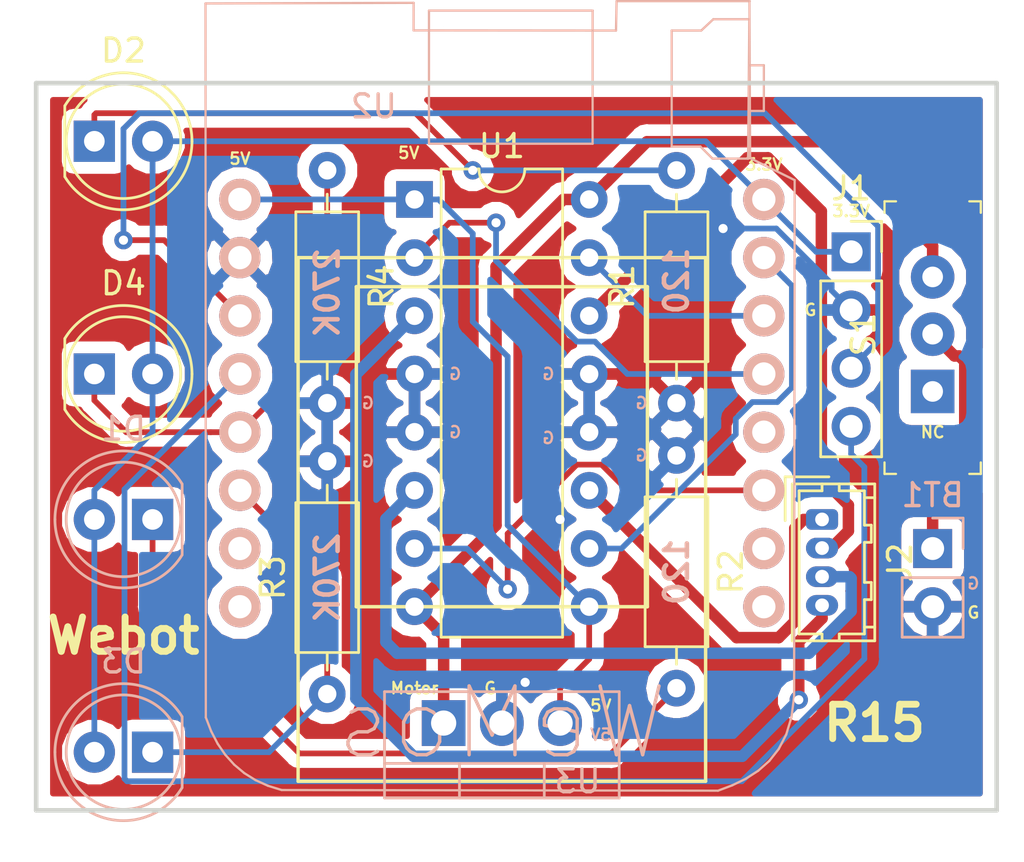
<source format=kicad_pcb>
(kicad_pcb (version 20171130) (host pcbnew "(5.0.2)-1")

  (general
    (thickness 1.6)
    (drawings 30)
    (tracks 142)
    (zones 0)
    (modules 15)
    (nets 26)
  )

  (page A4)
  (layers
    (0 F.Cu signal)
    (31 B.Cu signal)
    (32 B.Adhes user)
    (33 F.Adhes user)
    (34 B.Paste user)
    (35 F.Paste user)
    (36 B.SilkS user)
    (37 F.SilkS user)
    (38 B.Mask user)
    (39 F.Mask user)
    (40 Dwgs.User user)
    (41 Cmts.User user)
    (42 Eco1.User user)
    (43 Eco2.User user)
    (44 Edge.Cuts user)
    (45 Margin user)
    (46 B.CrtYd user)
    (47 F.CrtYd user)
    (48 B.Fab user)
    (49 F.Fab user)
  )

  (setup
    (last_trace_width 0.25)
    (user_trace_width 0.5)
    (trace_clearance 0.2)
    (zone_clearance 0.508)
    (zone_45_only no)
    (trace_min 0.2)
    (segment_width 0.2)
    (edge_width 0.15)
    (via_size 0.8)
    (via_drill 0.4)
    (via_min_size 0.4)
    (via_min_drill 0.3)
    (uvia_size 0.3)
    (uvia_drill 0.1)
    (uvias_allowed no)
    (uvia_min_size 0.2)
    (uvia_min_drill 0.1)
    (pcb_text_width 0.1)
    (pcb_text_size 0.5 0.5)
    (mod_edge_width 0.15)
    (mod_text_size 1 1)
    (mod_text_width 0.15)
    (pad_size 1.524 1.524)
    (pad_drill 0.762)
    (pad_to_mask_clearance 0.051)
    (solder_mask_min_width 0.25)
    (aux_axis_origin 0 0)
    (visible_elements 7FFFFFFF)
    (pcbplotparams
      (layerselection 0x010fc_ffffffff)
      (usegerberextensions false)
      (usegerberattributes false)
      (usegerberadvancedattributes false)
      (creategerberjobfile false)
      (excludeedgelayer true)
      (linewidth 0.100000)
      (plotframeref false)
      (viasonmask false)
      (mode 1)
      (useauxorigin false)
      (hpglpennumber 1)
      (hpglpenspeed 20)
      (hpglpendiameter 15.000000)
      (psnegative false)
      (psa4output false)
      (plotreference true)
      (plotvalue true)
      (plotinvisibletext false)
      (padsonsilk false)
      (subtractmaskfromsilk false)
      (outputformat 1)
      (mirror false)
      (drillshape 1)
      (scaleselection 1)
      (outputdirectory ""))
  )

  (net 0 "")
  (net 1 "Net-(BT1-Pad1)")
  (net 2 GND)
  (net 3 +3V3)
  (net 4 "Net-(D1-Pad1)")
  (net 5 "Net-(D2-Pad1)")
  (net 6 BotSensor)
  (net 7 TopSensor)
  (net 8 "Net-(J1-Pad3)")
  (net 9 "Net-(J1-Pad4)")
  (net 10 "Net-(J2-Pad1)")
  (net 11 "Net-(J2-Pad2)")
  (net 12 "Net-(J2-Pad3)")
  (net 13 "Net-(J2-Pad4)")
  (net 14 "Net-(S1-Pad1)")
  (net 15 "Net-(S1-Pad3)")
  (net 16 +5V)
  (net 17 GPIO12)
  (net 18 GPIO15)
  (net 19 GPIO16)
  (net 20 GPIO13)
  (net 21 "Net-(U2-Pad8)")
  (net 22 "Net-(U2-Pad7)")
  (net 23 "Net-(U2-Pad12)")
  (net 24 "Net-(U2-Pad10)")
  (net 25 "Net-(U2-Pad9)")

  (net_class Default "This is the default net class."
    (clearance 0.2)
    (trace_width 0.25)
    (via_dia 0.8)
    (via_drill 0.4)
    (uvia_dia 0.3)
    (uvia_drill 0.1)
    (add_net +3V3)
    (add_net +5V)
    (add_net BotSensor)
    (add_net GND)
    (add_net GPIO12)
    (add_net GPIO13)
    (add_net GPIO15)
    (add_net GPIO16)
    (add_net "Net-(BT1-Pad1)")
    (add_net "Net-(D1-Pad1)")
    (add_net "Net-(D2-Pad1)")
    (add_net "Net-(J1-Pad3)")
    (add_net "Net-(J1-Pad4)")
    (add_net "Net-(J2-Pad1)")
    (add_net "Net-(J2-Pad2)")
    (add_net "Net-(J2-Pad3)")
    (add_net "Net-(J2-Pad4)")
    (add_net "Net-(S1-Pad1)")
    (add_net "Net-(S1-Pad3)")
    (add_net "Net-(U2-Pad10)")
    (add_net "Net-(U2-Pad12)")
    (add_net "Net-(U2-Pad7)")
    (add_net "Net-(U2-Pad8)")
    (add_net "Net-(U2-Pad9)")
    (add_net TopSensor)
  )

  (module wemos_d1_mini:D1_mini_board (layer B.Cu) (tedit 5766F65E) (tstamp 5C46B9DC)
    (at 154.94 90.17)
    (path /5C2908AA)
    (fp_text reference U2 (at -5.588 -11.684) (layer B.SilkS)
      (effects (font (size 1 1) (thickness 0.15)) (justify mirror))
    )
    (fp_text value WeMos_mini (at 1.27 19.05) (layer B.Fab)
      (effects (font (size 1 1) (thickness 0.15)) (justify mirror))
    )
    (fp_text user WeMos (at 0 15.24) (layer B.SilkS)
      (effects (font (size 3 3) (thickness 0.15)) (justify mirror))
    )
    (fp_line (start -6.35 -3.81) (end -6.35 10.16) (layer F.SilkS) (width 0.15))
    (fp_line (start -6.35 10.16) (end 6.35 10.16) (layer F.SilkS) (width 0.15))
    (fp_line (start 6.35 10.16) (end 6.35 -3.81) (layer F.SilkS) (width 0.15))
    (fp_line (start 6.35 -3.81) (end -6.35 -3.81) (layer F.SilkS) (width 0.15))
    (fp_line (start -8.89 -5.08) (end 8.89 -5.08) (layer F.SilkS) (width 0.15))
    (fp_line (start 8.89 -5.08) (end 8.89 17.78) (layer F.SilkS) (width 0.15))
    (fp_line (start 8.89 17.78) (end -8.89 17.78) (layer F.SilkS) (width 0.15))
    (fp_line (start -8.89 17.78) (end -8.89 -5.08) (layer F.SilkS) (width 0.15))
    (fp_line (start 10.817472 -16.277228) (end 5.00618 -16.277228) (layer B.SilkS) (width 0.1))
    (fp_line (start 5.00618 -16.277228) (end 4.979849 -14.993795) (layer B.SilkS) (width 0.1))
    (fp_line (start 4.979849 -14.993795) (end -3.851373 -15.000483) (layer B.SilkS) (width 0.1))
    (fp_line (start -3.851373 -15.000483) (end -3.849397 -16.202736) (layer B.SilkS) (width 0.1))
    (fp_line (start -3.849397 -16.202736) (end -12.930193 -16.176658) (layer B.SilkS) (width 0.1))
    (fp_line (start -12.930193 -16.176658) (end -12.916195 14.993493) (layer B.SilkS) (width 0.1))
    (fp_line (start -12.916195 14.993493) (end -12.683384 15.596286) (layer B.SilkS) (width 0.1))
    (fp_line (start -12.683384 15.596286) (end -12.399901 16.141167) (layer B.SilkS) (width 0.1))
    (fp_line (start -12.399901 16.141167) (end -12.065253 16.627577) (layer B.SilkS) (width 0.1))
    (fp_line (start -12.065253 16.627577) (end -11.678953 17.054952) (layer B.SilkS) (width 0.1))
    (fp_line (start -11.678953 17.054952) (end -11.240512 17.422741) (layer B.SilkS) (width 0.1))
    (fp_line (start -11.240512 17.422741) (end -10.74944 17.730377) (layer B.SilkS) (width 0.1))
    (fp_line (start -10.74944 17.730377) (end -10.20525 17.97731) (layer B.SilkS) (width 0.1))
    (fp_line (start -10.20525 17.97731) (end -9.607453 18.162976) (layer B.SilkS) (width 0.1))
    (fp_line (start -9.607453 18.162976) (end 9.43046 18.191734) (layer B.SilkS) (width 0.1))
    (fp_line (start 9.43046 18.191734) (end 10.049824 17.957741) (layer B.SilkS) (width 0.1))
    (fp_line (start 10.049824 17.957741) (end 10.638018 17.673258) (layer B.SilkS) (width 0.1))
    (fp_line (start 10.638018 17.673258) (end 11.181445 17.323743) (layer B.SilkS) (width 0.1))
    (fp_line (start 11.181445 17.323743) (end 11.666503 16.894658) (layer B.SilkS) (width 0.1))
    (fp_line (start 11.666503 16.894658) (end 12.079595 16.37146) (layer B.SilkS) (width 0.1))
    (fp_line (start 12.079595 16.37146) (end 12.407122 15.739613) (layer B.SilkS) (width 0.1))
    (fp_line (start 12.407122 15.739613) (end 12.635482 14.984575) (layer B.SilkS) (width 0.1))
    (fp_line (start 12.635482 14.984575) (end 12.751078 14.091807) (layer B.SilkS) (width 0.1))
    (fp_line (start 12.751078 14.091807) (end 12.776026 -8.463285) (layer B.SilkS) (width 0.1))
    (fp_line (start 12.776026 -8.463285) (end 10.83248 -9.424181) (layer B.SilkS) (width 0.1))
    (fp_line (start 10.83248 -9.424181) (end 10.802686 -16.232524) (layer B.SilkS) (width 0.1))
    (fp_line (start -3.17965 -10.051451) (end 3.959931 -10.051451) (layer B.SilkS) (width 0.1))
    (fp_line (start 3.959931 -10.051451) (end 3.959931 -15.865188) (layer B.SilkS) (width 0.1))
    (fp_line (start 3.959931 -15.865188) (end -3.17965 -15.865188) (layer B.SilkS) (width 0.1))
    (fp_line (start -3.17965 -15.865188) (end -3.17965 -10.051451) (layer B.SilkS) (width 0.1))
    (fp_line (start 10.7436 -9.402349) (end 9.191378 -9.402349) (layer B.SilkS) (width 0.1))
    (fp_line (start 9.191378 -9.402349) (end 8.662211 -9.931515) (layer B.SilkS) (width 0.1))
    (fp_line (start 8.662211 -9.931515) (end 7.40985 -9.931515) (layer B.SilkS) (width 0.1))
    (fp_line (start 7.40985 -9.931515) (end 7.40985 -14.993876) (layer B.SilkS) (width 0.1))
    (fp_line (start 7.40985 -14.993876) (end 8.697489 -14.993876) (layer B.SilkS) (width 0.1))
    (fp_line (start 8.697489 -14.993876) (end 9.226656 -15.487765) (layer B.SilkS) (width 0.1))
    (fp_line (start 9.226656 -15.487765) (end 10.796517 -15.487765) (layer B.SilkS) (width 0.1))
    (fp_line (start 10.796517 -15.487765) (end 10.7436 -9.402349) (layer B.SilkS) (width 0.1))
    (fp_line (start 10.778878 -11.483738) (end 11.431517 -11.483738) (layer B.SilkS) (width 0.1))
    (fp_line (start 11.431517 -11.483738) (end 11.431517 -13.476932) (layer B.SilkS) (width 0.1))
    (fp_line (start 11.431517 -13.476932) (end 10.814156 -13.476932) (layer B.SilkS) (width 0.1))
    (pad 8 thru_hole circle (at -11.43 10.16) (size 1.8 1.8) (drill 1.016) (layers *.Cu *.Mask B.SilkS)
      (net 21 "Net-(U2-Pad8)"))
    (pad 7 thru_hole circle (at -11.43 7.62) (size 1.8 1.8) (drill 1.016) (layers *.Cu *.Mask B.SilkS)
      (net 22 "Net-(U2-Pad7)"))
    (pad 6 thru_hole circle (at -11.43 5.08) (size 1.8 1.8) (drill 1.016) (layers *.Cu *.Mask B.SilkS)
      (net 6 BotSensor))
    (pad 5 thru_hole circle (at -11.43 2.54) (size 1.8 1.8) (drill 1.016) (layers *.Cu *.Mask B.SilkS)
      (net 7 TopSensor))
    (pad 4 thru_hole circle (at -11.43 0) (size 1.8 1.8) (drill 1.016) (layers *.Cu *.Mask B.SilkS)
      (net 9 "Net-(J1-Pad4)"))
    (pad 3 thru_hole circle (at -11.43 -2.54) (size 1.8 1.8) (drill 1.016) (layers *.Cu *.Mask B.SilkS)
      (net 8 "Net-(J1-Pad3)"))
    (pad 2 thru_hole circle (at -11.43 -5.08) (size 1.8 1.8) (drill 1.016) (layers *.Cu *.Mask B.SilkS)
      (net 2 GND))
    (pad 1 thru_hole circle (at -11.43 -7.62) (size 1.8 1.8) (drill 1.016) (layers *.Cu *.Mask B.SilkS)
      (net 16 +5V))
    (pad 16 thru_hole circle (at 11.43 -7.62) (size 1.8 1.8) (drill 1.016) (layers *.Cu *.Mask B.SilkS)
      (net 3 +3V3))
    (pad 15 thru_hole circle (at 11.43 -5.08) (size 1.8 1.8) (drill 1.016) (layers *.Cu *.Mask B.SilkS)
      (net 18 GPIO15))
    (pad 14 thru_hole circle (at 11.43 -2.54) (size 1.8 1.8) (drill 1.016) (layers *.Cu *.Mask B.SilkS)
      (net 20 GPIO13))
    (pad 13 thru_hole circle (at 11.43 0) (size 1.8 1.8) (drill 1.016) (layers *.Cu *.Mask B.SilkS)
      (net 17 GPIO12))
    (pad 12 thru_hole circle (at 11.43 2.54) (size 1.8 1.8) (drill 1.016) (layers *.Cu *.Mask B.SilkS)
      (net 23 "Net-(U2-Pad12)"))
    (pad 11 thru_hole circle (at 11.43 5.08) (size 1.8 1.8) (drill 1.016) (layers *.Cu *.Mask B.SilkS)
      (net 19 GPIO16))
    (pad 10 thru_hole circle (at 11.43 7.62) (size 1.8 1.8) (drill 1.016) (layers *.Cu *.Mask B.SilkS)
      (net 24 "Net-(U2-Pad10)"))
    (pad 9 thru_hole circle (at 11.43 10.16) (size 1.8 1.8) (drill 1.016) (layers *.Cu *.Mask B.SilkS)
      (net 25 "Net-(U2-Pad9)"))
  )

  (module Connector_PinHeader_2.54mm:PinHeader_1x02_P2.54mm_Vertical (layer B.Cu) (tedit 59FED5CC) (tstamp 5C46B86F)
    (at 173.736 97.79 180)
    (descr "Through hole straight pin header, 1x02, 2.54mm pitch, single row")
    (tags "Through hole pin header THT 1x02 2.54mm single row")
    (path /5C290948)
    (fp_text reference BT1 (at 0 2.33 180) (layer B.SilkS)
      (effects (font (size 1 1) (thickness 0.15)) (justify mirror))
    )
    (fp_text value Battery (at 0 -4.87 180) (layer B.Fab)
      (effects (font (size 1 1) (thickness 0.15)) (justify mirror))
    )
    (fp_line (start -0.635 1.27) (end 1.27 1.27) (layer B.Fab) (width 0.1))
    (fp_line (start 1.27 1.27) (end 1.27 -3.81) (layer B.Fab) (width 0.1))
    (fp_line (start 1.27 -3.81) (end -1.27 -3.81) (layer B.Fab) (width 0.1))
    (fp_line (start -1.27 -3.81) (end -1.27 0.635) (layer B.Fab) (width 0.1))
    (fp_line (start -1.27 0.635) (end -0.635 1.27) (layer B.Fab) (width 0.1))
    (fp_line (start -1.33 -3.87) (end 1.33 -3.87) (layer B.SilkS) (width 0.12))
    (fp_line (start -1.33 -1.27) (end -1.33 -3.87) (layer B.SilkS) (width 0.12))
    (fp_line (start 1.33 -1.27) (end 1.33 -3.87) (layer B.SilkS) (width 0.12))
    (fp_line (start -1.33 -1.27) (end 1.33 -1.27) (layer B.SilkS) (width 0.12))
    (fp_line (start -1.33 0) (end -1.33 1.33) (layer B.SilkS) (width 0.12))
    (fp_line (start -1.33 1.33) (end 0 1.33) (layer B.SilkS) (width 0.12))
    (fp_line (start -1.8 1.8) (end -1.8 -4.35) (layer B.CrtYd) (width 0.05))
    (fp_line (start -1.8 -4.35) (end 1.8 -4.35) (layer B.CrtYd) (width 0.05))
    (fp_line (start 1.8 -4.35) (end 1.8 1.8) (layer B.CrtYd) (width 0.05))
    (fp_line (start 1.8 1.8) (end -1.8 1.8) (layer B.CrtYd) (width 0.05))
    (fp_text user %R (at 0 -1.27 90) (layer B.Fab)
      (effects (font (size 1 1) (thickness 0.15)) (justify mirror))
    )
    (pad 1 thru_hole rect (at 0 0 180) (size 1.7 1.7) (drill 1) (layers *.Cu *.Mask)
      (net 1 "Net-(BT1-Pad1)"))
    (pad 2 thru_hole oval (at 0 -2.54 180) (size 1.7 1.7) (drill 1) (layers *.Cu *.Mask)
      (net 2 GND))
    (model ${KISYS3DMOD}/Connector_PinHeader_2.54mm.3dshapes/PinHeader_1x02_P2.54mm_Vertical.wrl
      (at (xyz 0 0 0))
      (scale (xyz 1 1 1))
      (rotate (xyz 0 0 0))
    )
  )

  (module LED_THT:LED_D5.0mm (layer B.Cu) (tedit 5995936A) (tstamp 5C46B881)
    (at 139.7 96.52 180)
    (descr "LED, diameter 5.0mm, 2 pins, http://cdn-reichelt.de/documents/datenblatt/A500/LL-504BC2E-009.pdf")
    (tags "LED diameter 5.0mm 2 pins")
    (path /5C291B63)
    (fp_text reference D1 (at 1.27 3.96 180) (layer B.SilkS)
      (effects (font (size 1 1) (thickness 0.15)) (justify mirror))
    )
    (fp_text value Bot_Out (at 1.27 -3.96 180) (layer B.Fab)
      (effects (font (size 1 1) (thickness 0.15)) (justify mirror))
    )
    (fp_text user %R (at 1.25 0 180) (layer B.Fab)
      (effects (font (size 0.8 0.8) (thickness 0.2)) (justify mirror))
    )
    (fp_line (start 4.5 3.25) (end -1.95 3.25) (layer B.CrtYd) (width 0.05))
    (fp_line (start 4.5 -3.25) (end 4.5 3.25) (layer B.CrtYd) (width 0.05))
    (fp_line (start -1.95 -3.25) (end 4.5 -3.25) (layer B.CrtYd) (width 0.05))
    (fp_line (start -1.95 3.25) (end -1.95 -3.25) (layer B.CrtYd) (width 0.05))
    (fp_line (start -1.29 1.545) (end -1.29 -1.545) (layer B.SilkS) (width 0.12))
    (fp_line (start -1.23 1.469694) (end -1.23 -1.469694) (layer B.Fab) (width 0.1))
    (fp_circle (center 1.27 0) (end 3.77 0) (layer B.SilkS) (width 0.12))
    (fp_circle (center 1.27 0) (end 3.77 0) (layer B.Fab) (width 0.1))
    (fp_arc (start 1.27 0) (end -1.29 -1.54483) (angle 148.9) (layer B.SilkS) (width 0.12))
    (fp_arc (start 1.27 0) (end -1.29 1.54483) (angle -148.9) (layer B.SilkS) (width 0.12))
    (fp_arc (start 1.27 0) (end -1.23 1.469694) (angle -299.1) (layer B.Fab) (width 0.1))
    (pad 2 thru_hole circle (at 2.54 0 180) (size 1.8 1.8) (drill 0.9) (layers *.Cu *.Mask)
      (net 3 +3V3))
    (pad 1 thru_hole rect (at 0 0 180) (size 1.8 1.8) (drill 0.9) (layers *.Cu *.Mask)
      (net 4 "Net-(D1-Pad1)"))
    (model ${KISYS3DMOD}/LED_THT.3dshapes/LED_D5.0mm.wrl
      (at (xyz 0 0 0))
      (scale (xyz 1 1 1))
      (rotate (xyz 0 0 0))
    )
  )

  (module LED_THT:LED_D5.0mm (layer F.Cu) (tedit 5995936A) (tstamp 5C46B893)
    (at 137.16 80.01)
    (descr "LED, diameter 5.0mm, 2 pins, http://cdn-reichelt.de/documents/datenblatt/A500/LL-504BC2E-009.pdf")
    (tags "LED diameter 5.0mm 2 pins")
    (path /5C291B02)
    (fp_text reference D2 (at 1.27 -3.96) (layer F.SilkS)
      (effects (font (size 1 1) (thickness 0.15)))
    )
    (fp_text value Top_Out (at 1.27 3.96) (layer F.Fab)
      (effects (font (size 1 1) (thickness 0.15)))
    )
    (fp_arc (start 1.27 0) (end -1.23 -1.469694) (angle 299.1) (layer F.Fab) (width 0.1))
    (fp_arc (start 1.27 0) (end -1.29 -1.54483) (angle 148.9) (layer F.SilkS) (width 0.12))
    (fp_arc (start 1.27 0) (end -1.29 1.54483) (angle -148.9) (layer F.SilkS) (width 0.12))
    (fp_circle (center 1.27 0) (end 3.77 0) (layer F.Fab) (width 0.1))
    (fp_circle (center 1.27 0) (end 3.77 0) (layer F.SilkS) (width 0.12))
    (fp_line (start -1.23 -1.469694) (end -1.23 1.469694) (layer F.Fab) (width 0.1))
    (fp_line (start -1.29 -1.545) (end -1.29 1.545) (layer F.SilkS) (width 0.12))
    (fp_line (start -1.95 -3.25) (end -1.95 3.25) (layer F.CrtYd) (width 0.05))
    (fp_line (start -1.95 3.25) (end 4.5 3.25) (layer F.CrtYd) (width 0.05))
    (fp_line (start 4.5 3.25) (end 4.5 -3.25) (layer F.CrtYd) (width 0.05))
    (fp_line (start 4.5 -3.25) (end -1.95 -3.25) (layer F.CrtYd) (width 0.05))
    (fp_text user %R (at 1.25 0) (layer F.Fab)
      (effects (font (size 0.8 0.8) (thickness 0.2)))
    )
    (pad 1 thru_hole rect (at 0 0) (size 1.8 1.8) (drill 0.9) (layers *.Cu *.Mask)
      (net 5 "Net-(D2-Pad1)"))
    (pad 2 thru_hole circle (at 2.54 0) (size 1.8 1.8) (drill 0.9) (layers *.Cu *.Mask)
      (net 3 +3V3))
    (model ${KISYS3DMOD}/LED_THT.3dshapes/LED_D5.0mm.wrl
      (at (xyz 0 0 0))
      (scale (xyz 1 1 1))
      (rotate (xyz 0 0 0))
    )
  )

  (module LED_THT:LED_D5.0mm_IRBlack (layer B.Cu) (tedit 5A6C9BB8) (tstamp 5C46B8A5)
    (at 139.7 106.68 180)
    (descr "LED, diameter 5.0mm, 2 pins, http://cdn-reichelt.de/documents/datenblatt/A500/LL-504BC2E-009.pdf")
    (tags "LED diameter 5.0mm 2 pins")
    (path /5C291A3D)
    (fp_text reference D3 (at 1.27 3.96 180) (layer B.SilkS)
      (effects (font (size 1 1) (thickness 0.15)) (justify mirror))
    )
    (fp_text value Bot-Ph_Diode (at 1.27 -3.96 180) (layer B.Fab)
      (effects (font (size 1 1) (thickness 0.15)) (justify mirror))
    )
    (fp_text user %R (at 1.25 0 180) (layer B.Fab)
      (effects (font (size 0.8 0.8) (thickness 0.2)) (justify mirror))
    )
    (fp_line (start -1.23 1.469694) (end -1.23 -1.469694) (layer B.Fab) (width 0.1))
    (fp_line (start -1.29 1.545) (end -1.29 -1.545) (layer B.SilkS) (width 0.12))
    (fp_line (start -1.95 3.25) (end -1.95 -3.25) (layer B.CrtYd) (width 0.05))
    (fp_line (start -1.95 -3.25) (end 4.5 -3.25) (layer B.CrtYd) (width 0.05))
    (fp_line (start 4.5 -3.25) (end 4.5 3.25) (layer B.CrtYd) (width 0.05))
    (fp_line (start 4.5 3.25) (end -1.95 3.25) (layer B.CrtYd) (width 0.05))
    (fp_circle (center 1.27 0) (end 3.77 0) (layer B.Fab) (width 0.1))
    (fp_circle (center 1.27 0) (end 3.77 0) (layer B.SilkS) (width 0.12))
    (fp_arc (start 1.27 0) (end -1.23 1.469694) (angle -299.1) (layer B.Fab) (width 0.1))
    (fp_arc (start 1.27 0) (end -1.29 1.54483) (angle -148.9) (layer B.SilkS) (width 0.12))
    (fp_arc (start 1.27 0) (end -1.29 -1.54483) (angle 148.9) (layer B.SilkS) (width 0.12))
    (pad 1 thru_hole rect (at 0 0 180) (size 1.8 1.8) (drill 0.9) (layers *.Cu *.Mask)
      (net 6 BotSensor))
    (pad 2 thru_hole circle (at 2.54 0 180) (size 1.8 1.8) (drill 0.9) (layers *.Cu *.Mask)
      (net 3 +3V3))
    (model ${KISYS3DMOD}/LED_THT.3dshapes/LED_D5.0mm_IRBlack.wrl
      (at (xyz 0 0 0))
      (scale (xyz 1 1 1))
      (rotate (xyz 0 0 0))
    )
  )

  (module LED_THT:LED_D5.0mm_IRBlack (layer F.Cu) (tedit 5A6C9BB8) (tstamp 5C46B8B7)
    (at 137.16 90.17)
    (descr "LED, diameter 5.0mm, 2 pins, http://cdn-reichelt.de/documents/datenblatt/A500/LL-504BC2E-009.pdf")
    (tags "LED diameter 5.0mm 2 pins")
    (path /5C291A8D)
    (fp_text reference D4 (at 1.27 -3.96) (layer F.SilkS)
      (effects (font (size 1 1) (thickness 0.15)))
    )
    (fp_text value Top_Ph_Diode (at 1.27 3.96) (layer F.Fab)
      (effects (font (size 1 1) (thickness 0.15)))
    )
    (fp_arc (start 1.27 0) (end -1.29 1.54483) (angle -148.9) (layer F.SilkS) (width 0.12))
    (fp_arc (start 1.27 0) (end -1.29 -1.54483) (angle 148.9) (layer F.SilkS) (width 0.12))
    (fp_arc (start 1.27 0) (end -1.23 -1.469694) (angle 299.1) (layer F.Fab) (width 0.1))
    (fp_circle (center 1.27 0) (end 3.77 0) (layer F.SilkS) (width 0.12))
    (fp_circle (center 1.27 0) (end 3.77 0) (layer F.Fab) (width 0.1))
    (fp_line (start 4.5 -3.25) (end -1.95 -3.25) (layer F.CrtYd) (width 0.05))
    (fp_line (start 4.5 3.25) (end 4.5 -3.25) (layer F.CrtYd) (width 0.05))
    (fp_line (start -1.95 3.25) (end 4.5 3.25) (layer F.CrtYd) (width 0.05))
    (fp_line (start -1.95 -3.25) (end -1.95 3.25) (layer F.CrtYd) (width 0.05))
    (fp_line (start -1.29 -1.545) (end -1.29 1.545) (layer F.SilkS) (width 0.12))
    (fp_line (start -1.23 -1.469694) (end -1.23 1.469694) (layer F.Fab) (width 0.1))
    (fp_text user %R (at 1.25 0) (layer F.Fab)
      (effects (font (size 0.8 0.8) (thickness 0.2)))
    )
    (pad 2 thru_hole circle (at 2.54 0) (size 1.8 1.8) (drill 0.9) (layers *.Cu *.Mask)
      (net 3 +3V3))
    (pad 1 thru_hole rect (at 0 0) (size 1.8 1.8) (drill 0.9) (layers *.Cu *.Mask)
      (net 7 TopSensor))
    (model ${KISYS3DMOD}/LED_THT.3dshapes/LED_D5.0mm_IRBlack.wrl
      (at (xyz 0 0 0))
      (scale (xyz 1 1 1))
      (rotate (xyz 0 0 0))
    )
  )

  (module Connector_PinSocket_2.54mm:PinSocket_1x04_P2.54mm_Vertical (layer F.Cu) (tedit 5A19A429) (tstamp 5C46B8CF)
    (at 170.18 84.836)
    (descr "Through hole straight socket strip, 1x04, 2.54mm pitch, single row (from Kicad 4.0.7), script generated")
    (tags "Through hole socket strip THT 1x04 2.54mm single row")
    (path /5C29200C)
    (fp_text reference J1 (at 0 -2.77) (layer F.SilkS)
      (effects (font (size 1 1) (thickness 0.15)))
    )
    (fp_text value I2C_Expander (at 0 10.39) (layer F.Fab)
      (effects (font (size 1 1) (thickness 0.15)))
    )
    (fp_line (start -1.27 -1.27) (end 0.635 -1.27) (layer F.Fab) (width 0.1))
    (fp_line (start 0.635 -1.27) (end 1.27 -0.635) (layer F.Fab) (width 0.1))
    (fp_line (start 1.27 -0.635) (end 1.27 8.89) (layer F.Fab) (width 0.1))
    (fp_line (start 1.27 8.89) (end -1.27 8.89) (layer F.Fab) (width 0.1))
    (fp_line (start -1.27 8.89) (end -1.27 -1.27) (layer F.Fab) (width 0.1))
    (fp_line (start -1.33 1.27) (end 1.33 1.27) (layer F.SilkS) (width 0.12))
    (fp_line (start -1.33 1.27) (end -1.33 8.95) (layer F.SilkS) (width 0.12))
    (fp_line (start -1.33 8.95) (end 1.33 8.95) (layer F.SilkS) (width 0.12))
    (fp_line (start 1.33 1.27) (end 1.33 8.95) (layer F.SilkS) (width 0.12))
    (fp_line (start 1.33 -1.33) (end 1.33 0) (layer F.SilkS) (width 0.12))
    (fp_line (start 0 -1.33) (end 1.33 -1.33) (layer F.SilkS) (width 0.12))
    (fp_line (start -1.8 -1.8) (end 1.75 -1.8) (layer F.CrtYd) (width 0.05))
    (fp_line (start 1.75 -1.8) (end 1.75 9.4) (layer F.CrtYd) (width 0.05))
    (fp_line (start 1.75 9.4) (end -1.8 9.4) (layer F.CrtYd) (width 0.05))
    (fp_line (start -1.8 9.4) (end -1.8 -1.8) (layer F.CrtYd) (width 0.05))
    (fp_text user %R (at 0 3.81 90) (layer F.Fab)
      (effects (font (size 1 1) (thickness 0.15)))
    )
    (pad 1 thru_hole rect (at 0 0) (size 1.7 1.7) (drill 1) (layers *.Cu *.Mask)
      (net 3 +3V3))
    (pad 2 thru_hole oval (at 0 2.54) (size 1.7 1.7) (drill 1) (layers *.Cu *.Mask)
      (net 2 GND))
    (pad 3 thru_hole oval (at 0 5.08) (size 1.7 1.7) (drill 1) (layers *.Cu *.Mask)
      (net 8 "Net-(J1-Pad3)"))
    (pad 4 thru_hole oval (at 0 7.62) (size 1.7 1.7) (drill 1) (layers *.Cu *.Mask)
      (net 9 "Net-(J1-Pad4)"))
    (model ${KISYS3DMOD}/Connector_PinSocket_2.54mm.3dshapes/PinSocket_1x04_P2.54mm_Vertical.wrl
      (at (xyz 0 0 0))
      (scale (xyz 1 1 1))
      (rotate (xyz 0 0 0))
    )
  )

  (module Connector_Hirose:Hirose_DF13-04P-1.25DSA_1x04_P1.25mm_Vertical (layer F.Cu) (tedit 5B77E5EB) (tstamp 5C46B8FE)
    (at 168.91 96.52 270)
    (descr "Molex DF13 through hole, DF13-04P-1.25DSA, 4 Pins per row (https://www.hirose.com/product/en/products/DF13/DF13-2P-1.25DSA%2850%29/), generated with kicad-footprint-generator")
    (tags "connector Hirose  side entry")
    (path /5C291F88)
    (fp_text reference J2 (at 1.88 -3.4 270) (layer F.SilkS)
      (effects (font (size 1 1) (thickness 0.15)))
    )
    (fp_text value Motor_Con (at 1.88 2.4 270) (layer F.Fab)
      (effects (font (size 1 1) (thickness 0.15)))
    )
    (fp_line (start -1.45 -2.2) (end -1.45 1.2) (layer F.Fab) (width 0.1))
    (fp_line (start -1.45 1.2) (end 5.2 1.2) (layer F.Fab) (width 0.1))
    (fp_line (start 5.2 1.2) (end 5.2 -2.2) (layer F.Fab) (width 0.1))
    (fp_line (start 5.2 -2.2) (end -1.45 -2.2) (layer F.Fab) (width 0.1))
    (fp_line (start -1.55 -2.3) (end -1.55 1.3) (layer F.SilkS) (width 0.12))
    (fp_line (start -1.55 1.3) (end 5.3 1.3) (layer F.SilkS) (width 0.12))
    (fp_line (start 5.3 1.3) (end 5.3 -2.3) (layer F.SilkS) (width 0.12))
    (fp_line (start 5.3 -2.3) (end -1.55 -2.3) (layer F.SilkS) (width 0.12))
    (fp_line (start -1.86 -0.3) (end -1.86 1.61) (layer F.SilkS) (width 0.12))
    (fp_line (start -1.86 1.61) (end 0.05 1.61) (layer F.SilkS) (width 0.12))
    (fp_line (start -0.5 1.2) (end 0 0.492893) (layer F.Fab) (width 0.1))
    (fp_line (start 0 0.492893) (end 0.5 1.2) (layer F.Fab) (width 0.1))
    (fp_line (start -1.55 0) (end -1.25 0) (layer F.SilkS) (width 0.12))
    (fp_line (start -1.25 0) (end -1.25 1) (layer F.SilkS) (width 0.12))
    (fp_line (start -1.25 1) (end 5 1) (layer F.SilkS) (width 0.12))
    (fp_line (start 5 1) (end 5 0) (layer F.SilkS) (width 0.12))
    (fp_line (start 5 0) (end 5.3 0) (layer F.SilkS) (width 0.12))
    (fp_line (start -1.55 -0.75) (end -1.25 -0.75) (layer F.SilkS) (width 0.12))
    (fp_line (start -1.25 -0.75) (end -1.25 -1.85) (layer F.SilkS) (width 0.12))
    (fp_line (start -1.25 -1.85) (end -0.95 -1.85) (layer F.SilkS) (width 0.12))
    (fp_line (start -0.95 -1.85) (end -0.95 -2.3) (layer F.SilkS) (width 0.12))
    (fp_line (start 5.3 -0.75) (end 5 -0.75) (layer F.SilkS) (width 0.12))
    (fp_line (start 5 -0.75) (end 5 -1.85) (layer F.SilkS) (width 0.12))
    (fp_line (start 5 -1.85) (end 4.7 -1.85) (layer F.SilkS) (width 0.12))
    (fp_line (start 4.7 -1.85) (end 4.7 -2.3) (layer F.SilkS) (width 0.12))
    (fp_line (start -0.95 -1.85) (end 0.25 -1.85) (layer F.SilkS) (width 0.12))
    (fp_line (start 0.25 -1.85) (end 0.25 -2.15) (layer F.SilkS) (width 0.12))
    (fp_line (start 0.25 -2.15) (end 1 -2.15) (layer F.SilkS) (width 0.12))
    (fp_line (start 1 -2.15) (end 1 -1.85) (layer F.SilkS) (width 0.12))
    (fp_line (start 1 -1.85) (end 2.75 -1.85) (layer F.SilkS) (width 0.12))
    (fp_line (start 2.75 -1.85) (end 2.75 -2.15) (layer F.SilkS) (width 0.12))
    (fp_line (start 2.75 -2.15) (end 3.5 -2.15) (layer F.SilkS) (width 0.12))
    (fp_line (start 3.5 -2.15) (end 3.5 -1.85) (layer F.SilkS) (width 0.12))
    (fp_line (start 3.5 -1.85) (end 4.7 -1.85) (layer F.SilkS) (width 0.12))
    (fp_line (start -1.95 -2.7) (end -1.95 1.7) (layer F.CrtYd) (width 0.05))
    (fp_line (start -1.95 1.7) (end 5.7 1.7) (layer F.CrtYd) (width 0.05))
    (fp_line (start 5.7 1.7) (end 5.7 -2.7) (layer F.CrtYd) (width 0.05))
    (fp_line (start 5.7 -2.7) (end -1.95 -2.7) (layer F.CrtYd) (width 0.05))
    (fp_text user %R (at 1.88 -1.5 270) (layer F.Fab)
      (effects (font (size 1 1) (thickness 0.15)))
    )
    (pad 1 thru_hole roundrect (at 0 0 270) (size 0.9 1.4) (drill 0.6) (layers *.Cu *.Mask) (roundrect_rratio 0.25)
      (net 10 "Net-(J2-Pad1)"))
    (pad 2 thru_hole oval (at 1.25 0 270) (size 0.9 1.4) (drill 0.6) (layers *.Cu *.Mask)
      (net 11 "Net-(J2-Pad2)"))
    (pad 3 thru_hole oval (at 2.5 0 270) (size 0.9 1.4) (drill 0.6) (layers *.Cu *.Mask)
      (net 12 "Net-(J2-Pad3)"))
    (pad 4 thru_hole oval (at 3.75 0 270) (size 0.9 1.4) (drill 0.6) (layers *.Cu *.Mask)
      (net 13 "Net-(J2-Pad4)"))
    (model ${KISYS3DMOD}/Connector_Hirose.3dshapes/Hirose_DF13-04P-1.25DSA_1x04_P1.25mm_Vertical.wrl
      (at (xyz 0 0 0))
      (scale (xyz 1 1 1))
      (rotate (xyz 0 0 0))
    )
  )

  (module Resistor_THT:R_Axial_DIN0207_L6.3mm_D2.5mm_P10.16mm_Horizontal (layer F.Cu) (tedit 5AE5139B) (tstamp 5C46B915)
    (at 162.56 91.44 90)
    (descr "Resistor, Axial_DIN0207 series, Axial, Horizontal, pin pitch=10.16mm, 0.25W = 1/4W, length*diameter=6.3*2.5mm^2, http://cdn-reichelt.de/documents/datenblatt/B400/1_4W%23YAG.pdf")
    (tags "Resistor Axial_DIN0207 series Axial Horizontal pin pitch 10.16mm 0.25W = 1/4W length 6.3mm diameter 2.5mm")
    (path /5C290D5B)
    (fp_text reference R1 (at 5.08 -2.37 90) (layer F.SilkS)
      (effects (font (size 1 1) (thickness 0.15)))
    )
    (fp_text value 120 (at 5.08 2.37 90) (layer F.Fab)
      (effects (font (size 1 1) (thickness 0.15)))
    )
    (fp_text user %R (at 5.08 0 90) (layer F.Fab)
      (effects (font (size 1 1) (thickness 0.15)))
    )
    (fp_line (start 11.21 -1.5) (end -1.05 -1.5) (layer F.CrtYd) (width 0.05))
    (fp_line (start 11.21 1.5) (end 11.21 -1.5) (layer F.CrtYd) (width 0.05))
    (fp_line (start -1.05 1.5) (end 11.21 1.5) (layer F.CrtYd) (width 0.05))
    (fp_line (start -1.05 -1.5) (end -1.05 1.5) (layer F.CrtYd) (width 0.05))
    (fp_line (start 9.12 0) (end 8.35 0) (layer F.SilkS) (width 0.12))
    (fp_line (start 1.04 0) (end 1.81 0) (layer F.SilkS) (width 0.12))
    (fp_line (start 8.35 -1.37) (end 1.81 -1.37) (layer F.SilkS) (width 0.12))
    (fp_line (start 8.35 1.37) (end 8.35 -1.37) (layer F.SilkS) (width 0.12))
    (fp_line (start 1.81 1.37) (end 8.35 1.37) (layer F.SilkS) (width 0.12))
    (fp_line (start 1.81 -1.37) (end 1.81 1.37) (layer F.SilkS) (width 0.12))
    (fp_line (start 10.16 0) (end 8.23 0) (layer F.Fab) (width 0.1))
    (fp_line (start 0 0) (end 1.93 0) (layer F.Fab) (width 0.1))
    (fp_line (start 8.23 -1.25) (end 1.93 -1.25) (layer F.Fab) (width 0.1))
    (fp_line (start 8.23 1.25) (end 8.23 -1.25) (layer F.Fab) (width 0.1))
    (fp_line (start 1.93 1.25) (end 8.23 1.25) (layer F.Fab) (width 0.1))
    (fp_line (start 1.93 -1.25) (end 1.93 1.25) (layer F.Fab) (width 0.1))
    (pad 2 thru_hole oval (at 10.16 0 90) (size 1.6 1.6) (drill 0.8) (layers *.Cu *.Mask)
      (net 5 "Net-(D2-Pad1)"))
    (pad 1 thru_hole circle (at 0 0 90) (size 1.6 1.6) (drill 0.8) (layers *.Cu *.Mask)
      (net 2 GND))
    (model ${KISYS3DMOD}/Resistor_THT.3dshapes/R_Axial_DIN0207_L6.3mm_D2.5mm_P10.16mm_Horizontal.wrl
      (at (xyz 0 0 0))
      (scale (xyz 1 1 1))
      (rotate (xyz 0 0 0))
    )
  )

  (module Resistor_THT:R_Axial_DIN0207_L6.3mm_D2.5mm_P10.16mm_Horizontal (layer F.Cu) (tedit 5AE5139B) (tstamp 5C46B92C)
    (at 162.56 93.726 270)
    (descr "Resistor, Axial_DIN0207 series, Axial, Horizontal, pin pitch=10.16mm, 0.25W = 1/4W, length*diameter=6.3*2.5mm^2, http://cdn-reichelt.de/documents/datenblatt/B400/1_4W%23YAG.pdf")
    (tags "Resistor Axial_DIN0207 series Axial Horizontal pin pitch 10.16mm 0.25W = 1/4W length 6.3mm diameter 2.5mm")
    (path /5C290C97)
    (fp_text reference R2 (at 5.08 -2.37 270) (layer F.SilkS)
      (effects (font (size 1 1) (thickness 0.15)))
    )
    (fp_text value 120 (at 5.08 2.37 270) (layer F.Fab)
      (effects (font (size 1 1) (thickness 0.15)))
    )
    (fp_line (start 1.93 -1.25) (end 1.93 1.25) (layer F.Fab) (width 0.1))
    (fp_line (start 1.93 1.25) (end 8.23 1.25) (layer F.Fab) (width 0.1))
    (fp_line (start 8.23 1.25) (end 8.23 -1.25) (layer F.Fab) (width 0.1))
    (fp_line (start 8.23 -1.25) (end 1.93 -1.25) (layer F.Fab) (width 0.1))
    (fp_line (start 0 0) (end 1.93 0) (layer F.Fab) (width 0.1))
    (fp_line (start 10.16 0) (end 8.23 0) (layer F.Fab) (width 0.1))
    (fp_line (start 1.81 -1.37) (end 1.81 1.37) (layer F.SilkS) (width 0.12))
    (fp_line (start 1.81 1.37) (end 8.35 1.37) (layer F.SilkS) (width 0.12))
    (fp_line (start 8.35 1.37) (end 8.35 -1.37) (layer F.SilkS) (width 0.12))
    (fp_line (start 8.35 -1.37) (end 1.81 -1.37) (layer F.SilkS) (width 0.12))
    (fp_line (start 1.04 0) (end 1.81 0) (layer F.SilkS) (width 0.12))
    (fp_line (start 9.12 0) (end 8.35 0) (layer F.SilkS) (width 0.12))
    (fp_line (start -1.05 -1.5) (end -1.05 1.5) (layer F.CrtYd) (width 0.05))
    (fp_line (start -1.05 1.5) (end 11.21 1.5) (layer F.CrtYd) (width 0.05))
    (fp_line (start 11.21 1.5) (end 11.21 -1.5) (layer F.CrtYd) (width 0.05))
    (fp_line (start 11.21 -1.5) (end -1.05 -1.5) (layer F.CrtYd) (width 0.05))
    (fp_text user %R (at 5.08 0 270) (layer F.Fab)
      (effects (font (size 1 1) (thickness 0.15)))
    )
    (pad 1 thru_hole circle (at 0 0 270) (size 1.6 1.6) (drill 0.8) (layers *.Cu *.Mask)
      (net 2 GND))
    (pad 2 thru_hole oval (at 10.16 0 270) (size 1.6 1.6) (drill 0.8) (layers *.Cu *.Mask)
      (net 4 "Net-(D1-Pad1)"))
    (model ${KISYS3DMOD}/Resistor_THT.3dshapes/R_Axial_DIN0207_L6.3mm_D2.5mm_P10.16mm_Horizontal.wrl
      (at (xyz 0 0 0))
      (scale (xyz 1 1 1))
      (rotate (xyz 0 0 0))
    )
  )

  (module Resistor_THT:R_Axial_DIN0207_L6.3mm_D2.5mm_P10.16mm_Horizontal (layer F.Cu) (tedit 5AE5139B) (tstamp 5C46B943)
    (at 147.32 104.14 90)
    (descr "Resistor, Axial_DIN0207 series, Axial, Horizontal, pin pitch=10.16mm, 0.25W = 1/4W, length*diameter=6.3*2.5mm^2, http://cdn-reichelt.de/documents/datenblatt/B400/1_4W%23YAG.pdf")
    (tags "Resistor Axial_DIN0207 series Axial Horizontal pin pitch 10.16mm 0.25W = 1/4W length 6.3mm diameter 2.5mm")
    (path /5C290B71)
    (fp_text reference R3 (at 5.08 -2.37 90) (layer F.SilkS)
      (effects (font (size 1 1) (thickness 0.15)))
    )
    (fp_text value 270K (at 5.08 2.37 90) (layer F.Fab)
      (effects (font (size 1 1) (thickness 0.15)))
    )
    (fp_line (start 1.93 -1.25) (end 1.93 1.25) (layer F.Fab) (width 0.1))
    (fp_line (start 1.93 1.25) (end 8.23 1.25) (layer F.Fab) (width 0.1))
    (fp_line (start 8.23 1.25) (end 8.23 -1.25) (layer F.Fab) (width 0.1))
    (fp_line (start 8.23 -1.25) (end 1.93 -1.25) (layer F.Fab) (width 0.1))
    (fp_line (start 0 0) (end 1.93 0) (layer F.Fab) (width 0.1))
    (fp_line (start 10.16 0) (end 8.23 0) (layer F.Fab) (width 0.1))
    (fp_line (start 1.81 -1.37) (end 1.81 1.37) (layer F.SilkS) (width 0.12))
    (fp_line (start 1.81 1.37) (end 8.35 1.37) (layer F.SilkS) (width 0.12))
    (fp_line (start 8.35 1.37) (end 8.35 -1.37) (layer F.SilkS) (width 0.12))
    (fp_line (start 8.35 -1.37) (end 1.81 -1.37) (layer F.SilkS) (width 0.12))
    (fp_line (start 1.04 0) (end 1.81 0) (layer F.SilkS) (width 0.12))
    (fp_line (start 9.12 0) (end 8.35 0) (layer F.SilkS) (width 0.12))
    (fp_line (start -1.05 -1.5) (end -1.05 1.5) (layer F.CrtYd) (width 0.05))
    (fp_line (start -1.05 1.5) (end 11.21 1.5) (layer F.CrtYd) (width 0.05))
    (fp_line (start 11.21 1.5) (end 11.21 -1.5) (layer F.CrtYd) (width 0.05))
    (fp_line (start 11.21 -1.5) (end -1.05 -1.5) (layer F.CrtYd) (width 0.05))
    (fp_text user %R (at 5.08 0 90) (layer F.Fab)
      (effects (font (size 1 1) (thickness 0.15)))
    )
    (pad 1 thru_hole circle (at 0 0 90) (size 1.6 1.6) (drill 0.8) (layers *.Cu *.Mask)
      (net 6 BotSensor))
    (pad 2 thru_hole oval (at 10.16 0 90) (size 1.6 1.6) (drill 0.8) (layers *.Cu *.Mask)
      (net 2 GND))
    (model ${KISYS3DMOD}/Resistor_THT.3dshapes/R_Axial_DIN0207_L6.3mm_D2.5mm_P10.16mm_Horizontal.wrl
      (at (xyz 0 0 0))
      (scale (xyz 1 1 1))
      (rotate (xyz 0 0 0))
    )
  )

  (module Resistor_THT:R_Axial_DIN0207_L6.3mm_D2.5mm_P10.16mm_Horizontal (layer F.Cu) (tedit 5AE5139B) (tstamp 5C46B95A)
    (at 147.32 81.28 270)
    (descr "Resistor, Axial_DIN0207 series, Axial, Horizontal, pin pitch=10.16mm, 0.25W = 1/4W, length*diameter=6.3*2.5mm^2, http://cdn-reichelt.de/documents/datenblatt/B400/1_4W%23YAG.pdf")
    (tags "Resistor Axial_DIN0207 series Axial Horizontal pin pitch 10.16mm 0.25W = 1/4W length 6.3mm diameter 2.5mm")
    (path /5C290BE3)
    (fp_text reference R4 (at 5.08 -2.37 270) (layer F.SilkS)
      (effects (font (size 1 1) (thickness 0.15)))
    )
    (fp_text value 270K (at 5.08 2.37 270) (layer F.Fab)
      (effects (font (size 1 1) (thickness 0.15)))
    )
    (fp_text user %R (at 5.08 0 270) (layer F.Fab)
      (effects (font (size 1 1) (thickness 0.15)))
    )
    (fp_line (start 11.21 -1.5) (end -1.05 -1.5) (layer F.CrtYd) (width 0.05))
    (fp_line (start 11.21 1.5) (end 11.21 -1.5) (layer F.CrtYd) (width 0.05))
    (fp_line (start -1.05 1.5) (end 11.21 1.5) (layer F.CrtYd) (width 0.05))
    (fp_line (start -1.05 -1.5) (end -1.05 1.5) (layer F.CrtYd) (width 0.05))
    (fp_line (start 9.12 0) (end 8.35 0) (layer F.SilkS) (width 0.12))
    (fp_line (start 1.04 0) (end 1.81 0) (layer F.SilkS) (width 0.12))
    (fp_line (start 8.35 -1.37) (end 1.81 -1.37) (layer F.SilkS) (width 0.12))
    (fp_line (start 8.35 1.37) (end 8.35 -1.37) (layer F.SilkS) (width 0.12))
    (fp_line (start 1.81 1.37) (end 8.35 1.37) (layer F.SilkS) (width 0.12))
    (fp_line (start 1.81 -1.37) (end 1.81 1.37) (layer F.SilkS) (width 0.12))
    (fp_line (start 10.16 0) (end 8.23 0) (layer F.Fab) (width 0.1))
    (fp_line (start 0 0) (end 1.93 0) (layer F.Fab) (width 0.1))
    (fp_line (start 8.23 -1.25) (end 1.93 -1.25) (layer F.Fab) (width 0.1))
    (fp_line (start 8.23 1.25) (end 8.23 -1.25) (layer F.Fab) (width 0.1))
    (fp_line (start 1.93 1.25) (end 8.23 1.25) (layer F.Fab) (width 0.1))
    (fp_line (start 1.93 -1.25) (end 1.93 1.25) (layer F.Fab) (width 0.1))
    (pad 2 thru_hole oval (at 10.16 0 270) (size 1.6 1.6) (drill 0.8) (layers *.Cu *.Mask)
      (net 2 GND))
    (pad 1 thru_hole circle (at 0 0 270) (size 1.6 1.6) (drill 0.8) (layers *.Cu *.Mask)
      (net 7 TopSensor))
    (model ${KISYS3DMOD}/Resistor_THT.3dshapes/R_Axial_DIN0207_L6.3mm_D2.5mm_P10.16mm_Horizontal.wrl
      (at (xyz 0 0 0))
      (scale (xyz 1 1 1))
      (rotate (xyz 0 0 0))
    )
  )

  (module digikey-footprints:Switch_Slide_11.6x4mm_EG1218 (layer F.Cu) (tedit 5A1EC915) (tstamp 5C46B972)
    (at 173.736 90.932 90)
    (descr http://spec_sheets.e-switch.com/specs/P040040.pdf)
    (path /5C2B8B70)
    (fp_text reference S1 (at 2.49 -3.02 90) (layer F.SilkS)
      (effects (font (size 1 1) (thickness 0.15)))
    )
    (fp_text value EG1218 (at 2.11 3.14 90) (layer F.Fab)
      (effects (font (size 1 1) (thickness 0.15)))
    )
    (fp_text user %R (at 2.5 0 90) (layer F.Fab)
      (effects (font (size 1 1) (thickness 0.15)))
    )
    (fp_line (start -3.67 2.25) (end -3.67 -2.25) (layer F.CrtYd) (width 0.05))
    (fp_line (start -3.67 2.25) (end 8.43 2.25) (layer F.CrtYd) (width 0.05))
    (fp_line (start 8.43 2.25) (end 8.43 -2.25) (layer F.CrtYd) (width 0.05))
    (fp_line (start -3.67 -2.25) (end 8.43 -2.25) (layer F.CrtYd) (width 0.05))
    (fp_line (start 8.3 2.1) (end 7.8 2.1) (layer F.SilkS) (width 0.1))
    (fp_line (start 8.3 2.1) (end 8.3 1.6) (layer F.SilkS) (width 0.1))
    (fp_line (start -3.6 2.1) (end -3.1 2.1) (layer F.SilkS) (width 0.1))
    (fp_line (start -3.6 2.1) (end -3.6 1.6) (layer F.SilkS) (width 0.1))
    (fp_line (start -3.6 -2.1) (end -3.1 -2.1) (layer F.SilkS) (width 0.1))
    (fp_line (start -3.6 -2.1) (end -3.6 -1.6) (layer F.SilkS) (width 0.1))
    (fp_line (start 8.3 -2.1) (end 8.3 -1.6) (layer F.SilkS) (width 0.1))
    (fp_line (start 8.3 -2.1) (end 7.8 -2.1) (layer F.SilkS) (width 0.1))
    (fp_line (start -3.42 2) (end 8.18 2) (layer F.Fab) (width 0.1))
    (fp_line (start 8.18 2) (end 8.18 -2) (layer F.Fab) (width 0.1))
    (fp_line (start -3.42 2) (end -3.42 -2) (layer F.Fab) (width 0.1))
    (fp_line (start -3.42 -2) (end 8.18 -2) (layer F.Fab) (width 0.1))
    (pad 1 thru_hole rect (at 0 0 90) (size 1.9 1.9) (drill 0.9) (layers *.Cu *.Mask)
      (net 14 "Net-(S1-Pad1)"))
    (pad 2 thru_hole circle (at 2.5 0 90) (size 1.9 1.9) (drill 0.9) (layers *.Cu *.Mask)
      (net 1 "Net-(BT1-Pad1)"))
    (pad 3 thru_hole circle (at 5 0 90) (size 1.9 1.9) (drill 0.9) (layers *.Cu *.Mask)
      (net 15 "Net-(S1-Pad3)"))
  )

  (module Package_DIP:DIP-16_W7.62mm (layer F.Cu) (tedit 5A02E8C5) (tstamp 5C46B996)
    (at 151.13 82.55)
    (descr "16-lead though-hole mounted DIP package, row spacing 7.62 mm (300 mils)")
    (tags "THT DIP DIL PDIP 2.54mm 7.62mm 300mil")
    (path /5C2911A4)
    (fp_text reference U1 (at 3.81 -2.33) (layer F.SilkS)
      (effects (font (size 1 1) (thickness 0.15)))
    )
    (fp_text value L293D (at 3.81 20.11) (layer F.Fab)
      (effects (font (size 1 1) (thickness 0.15)))
    )
    (fp_arc (start 3.81 -1.33) (end 2.81 -1.33) (angle -180) (layer F.SilkS) (width 0.12))
    (fp_line (start 1.635 -1.27) (end 6.985 -1.27) (layer F.Fab) (width 0.1))
    (fp_line (start 6.985 -1.27) (end 6.985 19.05) (layer F.Fab) (width 0.1))
    (fp_line (start 6.985 19.05) (end 0.635 19.05) (layer F.Fab) (width 0.1))
    (fp_line (start 0.635 19.05) (end 0.635 -0.27) (layer F.Fab) (width 0.1))
    (fp_line (start 0.635 -0.27) (end 1.635 -1.27) (layer F.Fab) (width 0.1))
    (fp_line (start 2.81 -1.33) (end 1.16 -1.33) (layer F.SilkS) (width 0.12))
    (fp_line (start 1.16 -1.33) (end 1.16 19.11) (layer F.SilkS) (width 0.12))
    (fp_line (start 1.16 19.11) (end 6.46 19.11) (layer F.SilkS) (width 0.12))
    (fp_line (start 6.46 19.11) (end 6.46 -1.33) (layer F.SilkS) (width 0.12))
    (fp_line (start 6.46 -1.33) (end 4.81 -1.33) (layer F.SilkS) (width 0.12))
    (fp_line (start -1.1 -1.55) (end -1.1 19.3) (layer F.CrtYd) (width 0.05))
    (fp_line (start -1.1 19.3) (end 8.7 19.3) (layer F.CrtYd) (width 0.05))
    (fp_line (start 8.7 19.3) (end 8.7 -1.55) (layer F.CrtYd) (width 0.05))
    (fp_line (start 8.7 -1.55) (end -1.1 -1.55) (layer F.CrtYd) (width 0.05))
    (fp_text user %R (at 3.81 8.89) (layer F.Fab)
      (effects (font (size 1 1) (thickness 0.15)))
    )
    (pad 1 thru_hole rect (at 0 0) (size 1.6 1.6) (drill 0.8) (layers *.Cu *.Mask)
      (net 16 +5V))
    (pad 9 thru_hole oval (at 7.62 17.78) (size 1.6 1.6) (drill 0.8) (layers *.Cu *.Mask)
      (net 16 +5V))
    (pad 2 thru_hole oval (at 0 2.54) (size 1.6 1.6) (drill 0.8) (layers *.Cu *.Mask)
      (net 17 GPIO12))
    (pad 10 thru_hole oval (at 7.62 15.24) (size 1.6 1.6) (drill 0.8) (layers *.Cu *.Mask)
      (net 18 GPIO15))
    (pad 3 thru_hole oval (at 0 5.08) (size 1.6 1.6) (drill 0.8) (layers *.Cu *.Mask)
      (net 13 "Net-(J2-Pad4)"))
    (pad 11 thru_hole oval (at 7.62 12.7) (size 1.6 1.6) (drill 0.8) (layers *.Cu *.Mask)
      (net 10 "Net-(J2-Pad1)"))
    (pad 4 thru_hole oval (at 0 7.62) (size 1.6 1.6) (drill 0.8) (layers *.Cu *.Mask)
      (net 2 GND))
    (pad 12 thru_hole oval (at 7.62 10.16) (size 1.6 1.6) (drill 0.8) (layers *.Cu *.Mask)
      (net 2 GND))
    (pad 5 thru_hole oval (at 0 10.16) (size 1.6 1.6) (drill 0.8) (layers *.Cu *.Mask)
      (net 2 GND))
    (pad 13 thru_hole oval (at 7.62 7.62) (size 1.6 1.6) (drill 0.8) (layers *.Cu *.Mask)
      (net 2 GND))
    (pad 6 thru_hole oval (at 0 12.7) (size 1.6 1.6) (drill 0.8) (layers *.Cu *.Mask)
      (net 12 "Net-(J2-Pad3)"))
    (pad 14 thru_hole oval (at 7.62 5.08) (size 1.6 1.6) (drill 0.8) (layers *.Cu *.Mask)
      (net 11 "Net-(J2-Pad2)"))
    (pad 7 thru_hole oval (at 0 15.24) (size 1.6 1.6) (drill 0.8) (layers *.Cu *.Mask)
      (net 19 GPIO16))
    (pad 15 thru_hole oval (at 7.62 2.54) (size 1.6 1.6) (drill 0.8) (layers *.Cu *.Mask)
      (net 20 GPIO13))
    (pad 8 thru_hole oval (at 0 17.78) (size 1.6 1.6) (drill 0.8) (layers *.Cu *.Mask)
      (net 15 "Net-(S1-Pad3)"))
    (pad 16 thru_hole oval (at 7.62 0) (size 1.6 1.6) (drill 0.8) (layers *.Cu *.Mask)
      (net 15 "Net-(S1-Pad3)"))
    (model ${KISYS3DMOD}/Package_DIP.3dshapes/DIP-16_W7.62mm.wrl
      (at (xyz 0 0 0))
      (scale (xyz 1 1 1))
      (rotate (xyz 0 0 0))
    )
  )

  (module Package_TO_SOT_THT:TO-220-3_Vertical (layer B.Cu) (tedit 5AC8BA0D) (tstamp 5C46B9F6)
    (at 152.4 105.41)
    (descr "TO-220-3, Vertical, RM 2.54mm, see https://www.vishay.com/docs/66542/to-220-1.pdf")
    (tags "TO-220-3 Vertical RM 2.54mm")
    (path /5C39F4A8)
    (fp_text reference U3 (at 5.842 2.54) (layer B.SilkS)
      (effects (font (size 1 1) (thickness 0.15)) (justify mirror))
    )
    (fp_text value LM7805_TO220 (at 2.54 -2.5) (layer B.Fab)
      (effects (font (size 1 1) (thickness 0.15)) (justify mirror))
    )
    (fp_line (start -2.46 3.15) (end -2.46 -1.25) (layer B.Fab) (width 0.1))
    (fp_line (start -2.46 -1.25) (end 7.54 -1.25) (layer B.Fab) (width 0.1))
    (fp_line (start 7.54 -1.25) (end 7.54 3.15) (layer B.Fab) (width 0.1))
    (fp_line (start 7.54 3.15) (end -2.46 3.15) (layer B.Fab) (width 0.1))
    (fp_line (start -2.46 1.88) (end 7.54 1.88) (layer B.Fab) (width 0.1))
    (fp_line (start 0.69 3.15) (end 0.69 1.88) (layer B.Fab) (width 0.1))
    (fp_line (start 4.39 3.15) (end 4.39 1.88) (layer B.Fab) (width 0.1))
    (fp_line (start -2.58 3.27) (end 7.66 3.27) (layer B.SilkS) (width 0.12))
    (fp_line (start -2.58 -1.371) (end 7.66 -1.371) (layer B.SilkS) (width 0.12))
    (fp_line (start -2.58 3.27) (end -2.58 -1.371) (layer B.SilkS) (width 0.12))
    (fp_line (start 7.66 3.27) (end 7.66 -1.371) (layer B.SilkS) (width 0.12))
    (fp_line (start -2.58 1.76) (end 7.66 1.76) (layer B.SilkS) (width 0.12))
    (fp_line (start 0.69 3.27) (end 0.69 1.76) (layer B.SilkS) (width 0.12))
    (fp_line (start 4.391 3.27) (end 4.391 1.76) (layer B.SilkS) (width 0.12))
    (fp_line (start -2.71 3.4) (end -2.71 -1.51) (layer B.CrtYd) (width 0.05))
    (fp_line (start -2.71 -1.51) (end 7.79 -1.51) (layer B.CrtYd) (width 0.05))
    (fp_line (start 7.79 -1.51) (end 7.79 3.4) (layer B.CrtYd) (width 0.05))
    (fp_line (start 7.79 3.4) (end -2.71 3.4) (layer B.CrtYd) (width 0.05))
    (fp_text user %R (at 2.794 2.54) (layer B.Fab)
      (effects (font (size 1 1) (thickness 0.15)) (justify mirror))
    )
    (pad 1 thru_hole rect (at 0 0) (size 1.905 2) (drill 1.1) (layers *.Cu *.Mask)
      (net 15 "Net-(S1-Pad3)"))
    (pad 2 thru_hole oval (at 2.54 0) (size 1.905 2) (drill 1.1) (layers *.Cu *.Mask)
      (net 2 GND))
    (pad 3 thru_hole oval (at 5.08 0) (size 1.905 2) (drill 1.1) (layers *.Cu *.Mask)
      (net 16 +5V))
    (model ${KISYS3DMOD}/Package_TO_SOT_THT.3dshapes/TO-220-3_Vertical.wrl
      (at (xyz 0 0 0))
      (scale (xyz 1 1 1))
      (rotate (xyz 0 0 0))
    )
  )

  (gr_text 120 (at 162.56 98.806 90) (layer B.SilkS)
    (effects (font (size 1 1) (thickness 0.2)) (justify mirror))
  )
  (gr_text 120 (at 162.56 86.106 90) (layer B.SilkS)
    (effects (font (size 1 1) (thickness 0.2)) (justify mirror))
  )
  (gr_text 270K (at 147.32 99.06 90) (layer B.SilkS)
    (effects (font (size 1 1) (thickness 0.2)) (justify mirror))
  )
  (gr_text 270K (at 147.32 86.614 90) (layer B.SilkS)
    (effects (font (size 1 1) (thickness 0.2)) (justify mirror))
  )
  (gr_text G (at 149.098 93.98) (layer B.SilkS)
    (effects (font (size 0.5 0.5) (thickness 0.1)) (justify mirror))
  )
  (gr_text G (at 149.098 91.44) (layer B.SilkS)
    (effects (font (size 0.5 0.5) (thickness 0.1)) (justify mirror))
  )
  (gr_text G (at 161.036 93.726) (layer B.SilkS)
    (effects (font (size 0.5 0.5) (thickness 0.1)) (justify mirror))
  )
  (gr_text G (at 161.036 91.44) (layer B.SilkS)
    (effects (font (size 0.5 0.5) (thickness 0.1)) (justify mirror))
  )
  (gr_text G (at 156.972 92.964) (layer B.SilkS)
    (effects (font (size 0.5 0.5) (thickness 0.1)) (justify mirror))
  )
  (gr_text G (at 152.908 92.71) (layer B.SilkS)
    (effects (font (size 0.5 0.5) (thickness 0.1)) (justify mirror))
  )
  (gr_text G (at 156.972 90.17) (layer B.SilkS)
    (effects (font (size 0.5 0.5) (thickness 0.1)) (justify mirror))
  )
  (gr_text G (at 175.514 99.314) (layer B.SilkS)
    (effects (font (size 0.5 0.5) (thickness 0.1)) (justify mirror))
  )
  (gr_text G (at 152.908 90.17) (layer B.SilkS)
    (effects (font (size 0.5 0.5) (thickness 0.1)) (justify mirror))
  )
  (gr_text G (at 168.402 87.376) (layer F.SilkS)
    (effects (font (size 0.5 0.5) (thickness 0.1)))
  )
  (gr_text 3.3V (at 170.18 83.058) (layer F.SilkS)
    (effects (font (size 0.5 0.5) (thickness 0.1)))
  )
  (gr_text 3.3V (at 166.37 81.026) (layer F.SilkS)
    (effects (font (size 0.5 0.5) (thickness 0.1)))
  )
  (gr_text 5V (at 143.51 80.772) (layer F.SilkS)
    (effects (font (size 0.5 0.5) (thickness 0.1)))
  )
  (gr_text 5V (at 150.876 80.518) (layer F.SilkS)
    (effects (font (size 0.5 0.5) (thickness 0.1)))
  )
  (gr_text NC (at 173.736 92.71) (layer F.SilkS)
    (effects (font (size 0.5 0.5) (thickness 0.1)))
  )
  (gr_text G (at 175.514 100.584) (layer F.SilkS)
    (effects (font (size 0.5 0.5) (thickness 0.1)))
  )
  (gr_text 5V (at 159.258 105.918) (layer B.SilkS)
    (effects (font (size 0.5 0.5) (thickness 0.1)) (justify mirror))
  )
  (gr_text Motor (at 151.13 103.886) (layer F.SilkS)
    (effects (font (size 0.5 0.5) (thickness 0.1)))
  )
  (gr_text G (at 154.432 103.886) (layer F.SilkS)
    (effects (font (size 0.5 0.5) (thickness 0.1)))
  )
  (gr_text 5V (at 159.258 104.648) (layer F.SilkS)
    (effects (font (size 0.5 0.5) (thickness 0.1)))
  )
  (gr_text R15 (at 171.196 105.41) (layer F.SilkS)
    (effects (font (size 1.5 1.5) (thickness 0.3)))
  )
  (gr_text Webot (at 138.43 101.6) (layer F.SilkS)
    (effects (font (size 1.5 1.5) (thickness 0.3)))
  )
  (gr_line (start 176.53 109.22) (end 134.62 109.22) (layer Edge.Cuts) (width 0.2))
  (gr_line (start 176.53 77.47) (end 176.53 109.22) (layer Edge.Cuts) (width 0.2))
  (gr_line (start 134.62 77.47) (end 176.53 77.47) (layer Edge.Cuts) (width 0.2))
  (gr_line (start 134.62 109.22) (end 134.62 77.47) (layer Edge.Cuts) (width 0.2))

  (segment (start 174.685999 89.381999) (end 173.736 88.432) (width 0.5) (layer F.Cu) (net 1))
  (segment (start 174.896001 89.381999) (end 174.685999 89.381999) (width 0.5) (layer F.Cu) (net 1))
  (segment (start 175.136001 89.621999) (end 174.896001 89.381999) (width 0.5) (layer F.Cu) (net 1))
  (segment (start 175.136001 94.785999) (end 175.136001 89.621999) (width 0.5) (layer F.Cu) (net 1))
  (segment (start 173.736 96.186) (end 175.136001 94.785999) (width 0.5) (layer F.Cu) (net 1))
  (segment (start 173.736 97.536) (end 173.736 96.186) (width 0.5) (layer F.Cu) (net 1))
  (via (at 155.956 103.632) (size 0.8) (drill 0.4) (layers F.Cu B.Cu) (net 2))
  (via (at 157.48 96.52) (size 0.8) (drill 0.4) (layers F.Cu B.Cu) (net 2))
  (segment (start 169.330001 86.236999) (end 166.913002 83.82) (width 0.25) (layer B.Cu) (net 2))
  (segment (start 170.18 87.376) (end 169.330001 86.526001) (width 0.25) (layer B.Cu) (net 2))
  (segment (start 169.330001 86.526001) (end 169.330001 86.236999) (width 0.25) (layer B.Cu) (net 2))
  (via (at 164.592 83.82) (size 0.8) (drill 0.4) (layers F.Cu B.Cu) (net 2))
  (segment (start 166.913002 83.82) (end 164.592 83.82) (width 0.25) (layer B.Cu) (net 2))
  (segment (start 168.656 84.836) (end 166.37 82.55) (width 0.25) (layer B.Cu) (net 3))
  (segment (start 170.18 84.836) (end 168.656 84.836) (width 0.25) (layer B.Cu) (net 3))
  (segment (start 163.83 80.01) (end 139.7 80.01) (width 0.25) (layer B.Cu) (net 3))
  (segment (start 166.37 82.55) (end 163.83 80.01) (width 0.25) (layer B.Cu) (net 3))
  (segment (start 139.7 81.282792) (end 139.7 90.17) (width 0.25) (layer B.Cu) (net 3))
  (segment (start 139.7 80.01) (end 139.7 81.282792) (width 0.25) (layer B.Cu) (net 3))
  (segment (start 139.7 90.17) (end 139.7 92.71) (width 0.25) (layer B.Cu) (net 3))
  (segment (start 139.7 92.71) (end 137.16 95.25) (width 0.25) (layer B.Cu) (net 3))
  (segment (start 137.16 95.25) (end 137.16 96.52) (width 0.25) (layer B.Cu) (net 3))
  (segment (start 137.16 96.52) (end 137.16 106.68) (width 0.25) (layer B.Cu) (net 3))
  (segment (start 139.7 96.52) (end 139.7 100.33) (width 0.25) (layer F.Cu) (net 4))
  (segment (start 161.760001 104.685999) (end 162.56 103.886) (width 0.25) (layer F.Cu) (net 4))
  (segment (start 159.71099 106.73501) (end 161.760001 104.685999) (width 0.25) (layer F.Cu) (net 4))
  (segment (start 146.10501 106.73501) (end 159.71099 106.73501) (width 0.25) (layer F.Cu) (net 4))
  (segment (start 139.7 100.33) (end 146.10501 106.73501) (width 0.25) (layer F.Cu) (net 4))
  (via (at 153.67 81.28) (size 0.8) (drill 0.4) (layers F.Cu B.Cu) (net 5))
  (segment (start 162.56 81.28) (end 153.67 81.28) (width 0.25) (layer B.Cu) (net 5))
  (segment (start 137.16 78.86) (end 137.16 80.01) (width 0.25) (layer F.Cu) (net 5))
  (segment (start 137.235001 78.784999) (end 137.16 78.86) (width 0.25) (layer F.Cu) (net 5))
  (segment (start 151.174999 78.784999) (end 137.235001 78.784999) (width 0.25) (layer F.Cu) (net 5))
  (segment (start 153.67 81.28) (end 151.174999 78.784999) (width 0.25) (layer F.Cu) (net 5))
  (segment (start 144.78 106.68) (end 147.32 104.14) (width 0.25) (layer B.Cu) (net 6))
  (segment (start 139.7 106.68) (end 144.78 106.68) (width 0.25) (layer B.Cu) (net 6))
  (segment (start 147.32 99.06) (end 147.32 104.14) (width 0.25) (layer F.Cu) (net 6))
  (segment (start 143.51 95.25) (end 147.32 99.06) (width 0.25) (layer F.Cu) (net 6))
  (segment (start 142.237208 92.71) (end 143.51 92.71) (width 0.25) (layer F.Cu) (net 7))
  (segment (start 138.55 92.71) (end 142.237208 92.71) (width 0.25) (layer F.Cu) (net 7))
  (segment (start 137.16 91.32) (end 138.55 92.71) (width 0.25) (layer F.Cu) (net 7))
  (segment (start 137.16 90.17) (end 137.16 91.32) (width 0.25) (layer F.Cu) (net 7))
  (segment (start 147.32 88.9) (end 147.32 81.28) (width 0.25) (layer F.Cu) (net 7))
  (segment (start 143.51 92.71) (end 147.32 88.9) (width 0.25) (layer F.Cu) (net 7))
  (via (at 138.43 84.328) (size 0.8) (drill 0.4) (layers F.Cu B.Cu) (net 8))
  (segment (start 171.355001 88.740999) (end 171.355001 83.725999) (width 0.25) (layer B.Cu) (net 8))
  (segment (start 171.355001 83.725999) (end 166.414001 78.784999) (width 0.25) (layer B.Cu) (net 8))
  (segment (start 170.18 89.916) (end 171.355001 88.740999) (width 0.25) (layer B.Cu) (net 8))
  (segment (start 166.414001 78.784999) (end 139.111999 78.784999) (width 0.25) (layer B.Cu) (net 8))
  (segment (start 139.111999 78.784999) (end 138.43 79.466998) (width 0.25) (layer B.Cu) (net 8))
  (segment (start 138.43 79.466998) (end 138.43 84.328) (width 0.25) (layer B.Cu) (net 8))
  (segment (start 140.208 84.328) (end 143.51 87.63) (width 0.25) (layer F.Cu) (net 8))
  (segment (start 138.43 84.328) (end 140.208 84.328) (width 0.25) (layer F.Cu) (net 8))
  (segment (start 138.474999 107.840001) (end 138.584998 107.95) (width 0.25) (layer B.Cu) (net 9))
  (segment (start 143.51 90.17) (end 138.474999 95.205001) (width 0.25) (layer B.Cu) (net 9))
  (segment (start 138.474999 95.205001) (end 138.474999 107.840001) (width 0.25) (layer B.Cu) (net 9))
  (segment (start 170.18 93.658081) (end 170.18 92.456) (width 0.25) (layer B.Cu) (net 9))
  (segment (start 170.75501 94.233091) (end 170.18 93.658081) (width 0.25) (layer B.Cu) (net 9))
  (segment (start 170.75501 102.605992) (end 170.75501 94.233091) (width 0.25) (layer B.Cu) (net 9))
  (segment (start 165.411002 107.95) (end 170.75501 102.605992) (width 0.25) (layer B.Cu) (net 9))
  (segment (start 138.584998 107.95) (end 165.411002 107.95) (width 0.25) (layer B.Cu) (net 9))
  (segment (start 168.11 96.52) (end 168.91 96.52) (width 0.5) (layer F.Cu) (net 10))
  (segment (start 167.720001 96.909999) (end 168.11 96.52) (width 0.5) (layer F.Cu) (net 10))
  (segment (start 167.720001 100.978001) (end 167.720001 96.909999) (width 0.5) (layer F.Cu) (net 10))
  (segment (start 167.018001 101.680001) (end 167.720001 100.978001) (width 0.5) (layer F.Cu) (net 10))
  (segment (start 165.180001 101.680001) (end 167.018001 101.680001) (width 0.5) (layer F.Cu) (net 10))
  (segment (start 158.75 95.25) (end 165.180001 101.680001) (width 0.5) (layer F.Cu) (net 10))
  (segment (start 168.879999 83.061997) (end 168.879999 94.711999) (width 0.5) (layer F.Cu) (net 11))
  (segment (start 166.548011 80.730009) (end 168.879999 83.061997) (width 0.5) (layer F.Cu) (net 11))
  (segment (start 158.75 87.63) (end 165.649991 80.730009) (width 0.5) (layer F.Cu) (net 11))
  (segment (start 165.649991 80.730009) (end 166.548011 80.730009) (width 0.5) (layer F.Cu) (net 11))
  (segment (start 169.31461 97.77) (end 168.91 97.77) (width 0.5) (layer F.Cu) (net 11))
  (segment (start 170.06001 97.0246) (end 169.31461 97.77) (width 0.5) (layer F.Cu) (net 11))
  (segment (start 170.06001 95.89201) (end 170.06001 97.0246) (width 0.5) (layer F.Cu) (net 11))
  (segment (start 168.879999 94.711999) (end 170.06001 95.89201) (width 0.5) (layer F.Cu) (net 11))
  (segment (start 149.879999 96.500001) (end 149.879999 101.873999) (width 0.5) (layer B.Cu) (net 12))
  (segment (start 151.13 95.25) (end 149.879999 96.500001) (width 0.5) (layer B.Cu) (net 12))
  (segment (start 149.879999 101.873999) (end 150.368 102.362) (width 0.5) (layer B.Cu) (net 12))
  (segment (start 168.340806 102.362) (end 170.18 100.522806) (width 0.5) (layer B.Cu) (net 12))
  (segment (start 150.368 102.362) (end 168.340806 102.362) (width 0.5) (layer B.Cu) (net 12))
  (segment (start 170.11 99.02) (end 168.91 99.02) (width 0.5) (layer B.Cu) (net 12))
  (segment (start 170.18 99.09) (end 170.11 99.02) (width 0.5) (layer B.Cu) (net 12))
  (segment (start 170.18 100.522806) (end 170.18 99.09) (width 0.5) (layer B.Cu) (net 12))
  (segment (start 151.13 87.63) (end 150.330001 88.429999) (width 0.5) (layer B.Cu) (net 13))
  (segment (start 148.570001 90.189999) (end 148.570001 103.104001) (width 0.5) (layer B.Cu) (net 13))
  (segment (start 150.330001 88.429999) (end 148.570001 90.189999) (width 0.5) (layer B.Cu) (net 13))
  (segment (start 151.087499 106.860001) (end 165.427999 106.860001) (width 0.5) (layer B.Cu) (net 13))
  (segment (start 148.570001 103.104001) (end 148.570001 104.342503) (width 0.5) (layer B.Cu) (net 13))
  (segment (start 148.570001 104.342503) (end 151.087499 106.860001) (width 0.5) (layer B.Cu) (net 13))
  (segment (start 165.427999 106.860001) (end 167.894 104.394) (width 0.5) (layer B.Cu) (net 13))
  (via (at 167.894 104.394) (size 0.8) (drill 0.4) (layers F.Cu B.Cu) (net 13))
  (segment (start 168.91 100.838) (end 168.91 100.27) (width 0.5) (layer F.Cu) (net 13))
  (segment (start 167.894 104.394) (end 167.894 101.854) (width 0.5) (layer F.Cu) (net 13))
  (segment (start 167.894 101.854) (end 168.91 100.838) (width 0.5) (layer F.Cu) (net 13))
  (segment (start 159.549999 81.750001) (end 158.75 82.55) (width 0.5) (layer F.Cu) (net 15))
  (segment (start 161.270001 80.029999) (end 159.549999 81.750001) (width 0.5) (layer F.Cu) (net 15))
  (segment (start 169.177501 80.029999) (end 161.270001 80.029999) (width 0.5) (layer F.Cu) (net 15))
  (segment (start 173.736 84.588498) (end 169.177501 80.029999) (width 0.5) (layer F.Cu) (net 15))
  (segment (start 173.736 85.932) (end 173.736 84.588498) (width 0.5) (layer F.Cu) (net 15))
  (segment (start 157.61863 82.55) (end 154.686 85.48263) (width 0.5) (layer F.Cu) (net 15))
  (segment (start 158.75 82.55) (end 157.61863 82.55) (width 0.5) (layer F.Cu) (net 15))
  (segment (start 154.686 96.774) (end 151.13 100.33) (width 0.5) (layer F.Cu) (net 15))
  (segment (start 154.686 85.48263) (end 154.686 96.774) (width 0.5) (layer F.Cu) (net 15))
  (segment (start 151.13 100.33) (end 152.4 101.6) (width 0.5) (layer F.Cu) (net 15))
  (segment (start 152.4 101.6) (end 152.4 105.41) (width 0.5) (layer F.Cu) (net 15))
  (segment (start 157.48 105.41) (end 157.48 103.886) (width 0.25) (layer F.Cu) (net 16))
  (segment (start 157.48 103.886) (end 158.75 102.616) (width 0.25) (layer F.Cu) (net 16))
  (segment (start 158.75 102.616) (end 158.75 100.33) (width 0.25) (layer F.Cu) (net 16))
  (segment (start 158.75 100.33) (end 155.194 96.774) (width 0.25) (layer B.Cu) (net 16))
  (segment (start 155.194 96.774) (end 155.194 89.408) (width 0.25) (layer B.Cu) (net 16))
  (segment (start 155.194 89.408) (end 153.67 87.884) (width 0.25) (layer B.Cu) (net 16))
  (segment (start 152.18 82.55) (end 151.13 82.55) (width 0.25) (layer B.Cu) (net 16))
  (segment (start 153.67 84.04) (end 152.18 82.55) (width 0.25) (layer B.Cu) (net 16))
  (segment (start 153.67 87.884) (end 153.67 84.04) (width 0.25) (layer B.Cu) (net 16))
  (segment (start 151.13 82.55) (end 143.51 82.55) (width 0.25) (layer B.Cu) (net 16))
  (segment (start 158.209999 88.755001) (end 154.686 85.231002) (width 0.25) (layer B.Cu) (net 17))
  (segment (start 159.000003 88.755001) (end 158.209999 88.755001) (width 0.25) (layer B.Cu) (net 17))
  (segment (start 166.37 90.17) (end 160.415002 90.17) (width 0.25) (layer B.Cu) (net 17))
  (segment (start 160.415002 90.17) (end 159.000003 88.755001) (width 0.25) (layer B.Cu) (net 17))
  (via (at 154.686 83.566) (size 0.8) (drill 0.4) (layers F.Cu B.Cu) (net 17))
  (segment (start 154.686 85.231002) (end 154.686 83.566) (width 0.25) (layer B.Cu) (net 17))
  (segment (start 152.654 83.566) (end 151.13 85.09) (width 0.25) (layer F.Cu) (net 17))
  (segment (start 154.686 83.566) (end 152.654 83.566) (width 0.25) (layer F.Cu) (net 17))
  (segment (start 167.269999 85.989999) (end 166.37 85.09) (width 0.25) (layer B.Cu) (net 18))
  (segment (start 167.595001 90.758001) (end 167.595001 86.315001) (width 0.25) (layer B.Cu) (net 18))
  (segment (start 167.595001 86.315001) (end 167.269999 85.989999) (width 0.25) (layer B.Cu) (net 18))
  (segment (start 166.958001 91.395001) (end 167.595001 90.758001) (width 0.25) (layer B.Cu) (net 18))
  (segment (start 165.871997 91.395001) (end 166.958001 91.395001) (width 0.25) (layer B.Cu) (net 18))
  (segment (start 165.144999 92.121999) (end 165.871997 91.395001) (width 0.25) (layer B.Cu) (net 18))
  (segment (start 165.144999 92.806003) (end 165.144999 92.121999) (width 0.25) (layer B.Cu) (net 18))
  (segment (start 160.161002 97.79) (end 165.144999 92.806003) (width 0.25) (layer B.Cu) (net 18))
  (segment (start 158.75 97.79) (end 160.161002 97.79) (width 0.25) (layer B.Cu) (net 18))
  (via (at 155.194 99.568) (size 0.8) (drill 0.4) (layers F.Cu B.Cu) (net 19))
  (segment (start 155.194 97.140998) (end 155.194 99.568) (width 0.25) (layer F.Cu) (net 19))
  (segment (start 158.209999 94.124999) (end 155.194 97.140998) (width 0.25) (layer F.Cu) (net 19))
  (segment (start 159.290001 94.124999) (end 158.209999 94.124999) (width 0.25) (layer F.Cu) (net 19))
  (segment (start 166.37 95.25) (end 160.415002 95.25) (width 0.25) (layer F.Cu) (net 19))
  (segment (start 160.415002 95.25) (end 159.290001 94.124999) (width 0.25) (layer F.Cu) (net 19))
  (segment (start 153.416 97.79) (end 151.13 97.79) (width 0.25) (layer B.Cu) (net 19))
  (segment (start 155.194 99.568) (end 153.416 97.79) (width 0.25) (layer B.Cu) (net 19))
  (segment (start 158.75 85.09) (end 161.29 87.63) (width 0.25) (layer B.Cu) (net 20))
  (segment (start 161.29 87.63) (end 166.37 87.63) (width 0.25) (layer B.Cu) (net 20))

  (zone (net 2) (net_name GND) (layer F.Cu) (tstamp 5C3A67B7) (hatch edge 0.508)
    (connect_pads (clearance 0.508))
    (min_thickness 0.254)
    (fill yes (arc_segments 16) (thermal_gap 0.508) (thermal_bridge_width 0.508))
    (polygon
      (pts
        (xy 134.366 109.474) (xy 134.366 77.216) (xy 176.784 77.216) (xy 176.784 109.474)
      )
    )
    (filled_polygon
      (pts
        (xy 136.687072 78.23707) (xy 136.657031 78.28203) (xy 136.612071 78.312071) (xy 136.511518 78.46256) (xy 136.26 78.46256)
        (xy 136.012235 78.511843) (xy 135.802191 78.652191) (xy 135.661843 78.862235) (xy 135.61256 79.11) (xy 135.61256 80.91)
        (xy 135.661843 81.157765) (xy 135.802191 81.367809) (xy 136.012235 81.508157) (xy 136.26 81.55744) (xy 138.06 81.55744)
        (xy 138.307765 81.508157) (xy 138.517809 81.367809) (xy 138.658157 81.157765) (xy 138.661275 81.142092) (xy 138.830493 81.31131)
        (xy 139.39467 81.545) (xy 140.00533 81.545) (xy 140.569507 81.31131) (xy 141.00131 80.879507) (xy 141.235 80.31533)
        (xy 141.235 79.70467) (xy 141.168862 79.544999) (xy 150.860198 79.544999) (xy 152.635 81.319802) (xy 152.635 81.485874)
        (xy 152.792569 81.86628) (xy 153.08372 82.157431) (xy 153.464126 82.315) (xy 153.875874 82.315) (xy 154.25628 82.157431)
        (xy 154.547431 81.86628) (xy 154.705 81.485874) (xy 154.705 81.074126) (xy 154.547431 80.69372) (xy 154.25628 80.402569)
        (xy 153.875874 80.245) (xy 153.709802 80.245) (xy 151.76533 78.300529) (xy 151.722928 78.23707) (xy 151.674932 78.205)
        (xy 175.795 78.205) (xy 175.795 89.015304) (xy 175.77405 88.98395) (xy 175.700154 88.934574) (xy 175.583426 88.817846)
        (xy 175.53405 88.74395) (xy 175.321 88.601594) (xy 175.321 88.116724) (xy 175.079698 87.53417) (xy 174.727528 87.182)
        (xy 175.079698 86.82983) (xy 175.321 86.247276) (xy 175.321 85.616724) (xy 175.079698 85.03417) (xy 174.637622 84.592094)
        (xy 174.638337 84.588497) (xy 174.621 84.501337) (xy 174.621 84.501333) (xy 174.569652 84.243188) (xy 174.374049 83.950449)
        (xy 174.300156 83.901075) (xy 169.864926 79.465846) (xy 169.81555 79.39195) (xy 169.522811 79.196347) (xy 169.264666 79.144999)
        (xy 169.264662 79.144999) (xy 169.177501 79.127662) (xy 169.09034 79.144999) (xy 161.35716 79.144999) (xy 161.27 79.127662)
        (xy 161.18284 79.144999) (xy 161.182836 79.144999) (xy 160.924691 79.196347) (xy 160.924689 79.196348) (xy 160.92469 79.196348)
        (xy 160.705846 79.342575) (xy 160.705845 79.342576) (xy 160.631952 79.39195) (xy 160.582578 79.465843) (xy 158.985847 81.062575)
        (xy 158.985844 81.062577) (xy 158.926438 81.121983) (xy 158.891333 81.115) (xy 158.608667 81.115) (xy 158.190091 81.19826)
        (xy 157.715423 81.515423) (xy 157.626074 81.649144) (xy 157.618629 81.647663) (xy 157.531469 81.665) (xy 157.531465 81.665)
        (xy 157.27332 81.716348) (xy 157.222955 81.750001) (xy 157.054475 81.862576) (xy 157.054474 81.862577) (xy 156.980581 81.911951)
        (xy 156.931207 81.985844) (xy 155.672944 83.244108) (xy 155.563431 82.97972) (xy 155.27228 82.688569) (xy 154.891874 82.531)
        (xy 154.480126 82.531) (xy 154.09972 82.688569) (xy 153.982289 82.806) (xy 152.728846 82.806) (xy 152.653999 82.791112)
        (xy 152.579152 82.806) (xy 152.579148 82.806) (xy 152.57744 82.80634) (xy 152.57744 81.75) (xy 152.528157 81.502235)
        (xy 152.387809 81.292191) (xy 152.177765 81.151843) (xy 151.93 81.10256) (xy 150.33 81.10256) (xy 150.082235 81.151843)
        (xy 149.872191 81.292191) (xy 149.731843 81.502235) (xy 149.68256 81.75) (xy 149.68256 83.35) (xy 149.731843 83.597765)
        (xy 149.872191 83.807809) (xy 150.082235 83.948157) (xy 150.216106 83.974785) (xy 150.095423 84.055423) (xy 149.77826 84.530091)
        (xy 149.666887 85.09) (xy 149.77826 85.649909) (xy 150.095423 86.124577) (xy 150.447758 86.36) (xy 150.095423 86.595423)
        (xy 149.77826 87.070091) (xy 149.666887 87.63) (xy 149.77826 88.189909) (xy 150.095423 88.664577) (xy 150.479108 88.920947)
        (xy 150.274866 89.017611) (xy 149.898959 89.432577) (xy 149.738096 89.820961) (xy 149.860085 90.043) (xy 151.003 90.043)
        (xy 151.003 90.023) (xy 151.257 90.023) (xy 151.257 90.043) (xy 152.399915 90.043) (xy 152.521904 89.820961)
        (xy 152.361041 89.432577) (xy 151.985134 89.017611) (xy 151.780892 88.920947) (xy 152.164577 88.664577) (xy 152.48174 88.189909)
        (xy 152.593113 87.63) (xy 152.48174 87.070091) (xy 152.164577 86.595423) (xy 151.812242 86.36) (xy 152.164577 86.124577)
        (xy 152.48174 85.649909) (xy 152.593113 85.09) (xy 152.528688 84.766114) (xy 152.968803 84.326) (xy 153.982289 84.326)
        (xy 154.09972 84.443431) (xy 154.364108 84.552944) (xy 154.121847 84.795205) (xy 154.047951 84.844581) (xy 153.852348 85.137321)
        (xy 153.801 85.395466) (xy 153.801 85.395469) (xy 153.783663 85.48263) (xy 153.801 85.569791) (xy 153.801001 96.40742)
        (xy 152.56413 97.644292) (xy 152.48174 97.230091) (xy 152.164577 96.755423) (xy 151.812242 96.52) (xy 152.164577 96.284577)
        (xy 152.48174 95.809909) (xy 152.593113 95.25) (xy 152.48174 94.690091) (xy 152.164577 94.215423) (xy 151.780892 93.959053)
        (xy 151.985134 93.862389) (xy 152.361041 93.447423) (xy 152.521904 93.059039) (xy 152.399915 92.837) (xy 151.257 92.837)
        (xy 151.257 92.857) (xy 151.003 92.857) (xy 151.003 92.837) (xy 149.860085 92.837) (xy 149.738096 93.059039)
        (xy 149.898959 93.447423) (xy 150.274866 93.862389) (xy 150.479108 93.959053) (xy 150.095423 94.215423) (xy 149.77826 94.690091)
        (xy 149.666887 95.25) (xy 149.77826 95.809909) (xy 150.095423 96.284577) (xy 150.447758 96.52) (xy 150.095423 96.755423)
        (xy 149.77826 97.230091) (xy 149.666887 97.79) (xy 149.77826 98.349909) (xy 150.095423 98.824577) (xy 150.447758 99.06)
        (xy 150.095423 99.295423) (xy 149.77826 99.770091) (xy 149.666887 100.33) (xy 149.77826 100.889909) (xy 150.095423 101.364577)
        (xy 150.570091 101.68174) (xy 150.988667 101.765) (xy 151.271333 101.765) (xy 151.306438 101.758017) (xy 151.515 101.966579)
        (xy 151.515001 103.76256) (xy 151.4475 103.76256) (xy 151.199735 103.811843) (xy 150.989691 103.952191) (xy 150.849343 104.162235)
        (xy 150.80006 104.41) (xy 150.80006 105.97501) (xy 146.419812 105.97501) (xy 140.46 100.015199) (xy 140.46 98.06744)
        (xy 140.6 98.06744) (xy 140.847765 98.018157) (xy 141.057809 97.877809) (xy 141.198157 97.667765) (xy 141.24744 97.42)
        (xy 141.24744 95.62) (xy 141.198157 95.372235) (xy 141.057809 95.162191) (xy 140.847765 95.021843) (xy 140.6 94.97256)
        (xy 138.8 94.97256) (xy 138.552235 95.021843) (xy 138.342191 95.162191) (xy 138.201843 95.372235) (xy 138.198725 95.387908)
        (xy 138.029507 95.21869) (xy 137.46533 94.985) (xy 136.85467 94.985) (xy 136.290493 95.21869) (xy 135.85869 95.650493)
        (xy 135.625 96.21467) (xy 135.625 96.82533) (xy 135.85869 97.389507) (xy 136.290493 97.82131) (xy 136.85467 98.055)
        (xy 137.46533 98.055) (xy 138.029507 97.82131) (xy 138.198725 97.652092) (xy 138.201843 97.667765) (xy 138.342191 97.877809)
        (xy 138.552235 98.018157) (xy 138.8 98.06744) (xy 138.94 98.06744) (xy 138.940001 100.255148) (xy 138.925112 100.33)
        (xy 138.940001 100.404852) (xy 138.984097 100.626537) (xy 139.152072 100.877929) (xy 139.215528 100.920329) (xy 145.514681 107.219483)
        (xy 145.557081 107.282939) (xy 145.808473 107.450914) (xy 146.030158 107.49501) (xy 146.030162 107.49501) (xy 146.105009 107.509898)
        (xy 146.179856 107.49501) (xy 159.636143 107.49501) (xy 159.71099 107.509898) (xy 159.785837 107.49501) (xy 159.785842 107.49501)
        (xy 160.007527 107.450914) (xy 160.258919 107.282939) (xy 160.301321 107.21948) (xy 162.236114 105.284688) (xy 162.418667 105.321)
        (xy 162.701333 105.321) (xy 163.119909 105.23774) (xy 163.594577 104.920577) (xy 163.91174 104.445909) (xy 164.023113 103.886)
        (xy 163.91174 103.326091) (xy 163.594577 102.851423) (xy 163.119909 102.53426) (xy 162.701333 102.451) (xy 162.418667 102.451)
        (xy 162.000091 102.53426) (xy 161.525423 102.851423) (xy 161.20826 103.326091) (xy 161.096887 103.886) (xy 161.161312 104.209886)
        (xy 159.396189 105.97501) (xy 158.99566 105.97501) (xy 159.0675 105.613849) (xy 159.0675 105.20615) (xy 158.975391 104.743089)
        (xy 158.624523 104.217977) (xy 158.383722 104.057079) (xy 159.234473 103.206329) (xy 159.297929 103.163929) (xy 159.465904 102.912537)
        (xy 159.51 102.690852) (xy 159.51 102.690848) (xy 159.524888 102.616001) (xy 159.51 102.541154) (xy 159.51 101.548043)
        (xy 159.784577 101.364577) (xy 160.10174 100.889909) (xy 160.213113 100.33) (xy 160.10174 99.770091) (xy 159.784577 99.295423)
        (xy 159.432242 99.06) (xy 159.784577 98.824577) (xy 160.10174 98.349909) (xy 160.18413 97.935708) (xy 164.492578 102.244157)
        (xy 164.541952 102.31805) (xy 164.615845 102.367424) (xy 164.615846 102.367425) (xy 164.834691 102.513653) (xy 165.092836 102.565001)
        (xy 165.09284 102.565001) (xy 165.180001 102.582338) (xy 165.267162 102.565001) (xy 166.93084 102.565001) (xy 167.009001 102.580548)
        (xy 167.009 103.825993) (xy 166.859 104.188126) (xy 166.859 104.599874) (xy 167.016569 104.98028) (xy 167.30772 105.271431)
        (xy 167.688126 105.429) (xy 168.099874 105.429) (xy 168.48028 105.271431) (xy 168.771431 104.98028) (xy 168.929 104.599874)
        (xy 168.929 104.188126) (xy 168.779 103.825993) (xy 168.779 102.220578) (xy 169.474156 101.525423) (xy 169.548049 101.476049)
        (xy 169.650107 101.32331) (xy 169.741692 101.186244) (xy 169.942241 101.052241) (xy 170.182047 100.693346) (xy 170.183331 100.68689)
        (xy 172.294524 100.68689) (xy 172.464355 101.096924) (xy 172.854642 101.525183) (xy 173.379108 101.771486) (xy 173.609 101.650819)
        (xy 173.609 100.457) (xy 173.863 100.457) (xy 173.863 101.650819) (xy 174.092892 101.771486) (xy 174.617358 101.525183)
        (xy 175.007645 101.096924) (xy 175.177476 100.68689) (xy 175.056155 100.457) (xy 173.863 100.457) (xy 173.609 100.457)
        (xy 172.415845 100.457) (xy 172.294524 100.68689) (xy 170.183331 100.68689) (xy 170.266256 100.27) (xy 170.182047 99.846654)
        (xy 170.047306 99.645) (xy 170.182047 99.443346) (xy 170.266256 99.02) (xy 170.182047 98.596654) (xy 170.047306 98.395)
        (xy 170.182047 98.193346) (xy 170.191782 98.144407) (xy 170.624166 97.712023) (xy 170.698059 97.662649) (xy 170.774634 97.548048)
        (xy 170.893662 97.36991) (xy 170.899978 97.338155) (xy 170.94501 97.111765) (xy 170.94501 97.111761) (xy 170.962347 97.0246)
        (xy 170.94501 96.937439) (xy 170.94501 95.979171) (xy 170.962347 95.89201) (xy 170.94501 95.804849) (xy 170.94501 95.804845)
        (xy 170.893662 95.5467) (xy 170.777088 95.372235) (xy 170.747434 95.327855) (xy 170.747433 95.327854) (xy 170.698059 95.253961)
        (xy 170.624166 95.204587) (xy 169.764999 94.345421) (xy 169.764999 93.887543) (xy 170.033744 93.941) (xy 170.326256 93.941)
        (xy 170.759418 93.854839) (xy 171.250625 93.526625) (xy 171.578839 93.035418) (xy 171.694092 92.456) (xy 171.578839 91.876582)
        (xy 171.250625 91.385375) (xy 170.952239 91.186) (xy 171.250625 90.986625) (xy 171.578839 90.495418) (xy 171.694092 89.916)
        (xy 171.578839 89.336582) (xy 171.250625 88.845375) (xy 170.931522 88.632157) (xy 171.061358 88.571183) (xy 171.451645 88.142924)
        (xy 171.621476 87.73289) (xy 171.500155 87.503) (xy 170.307 87.503) (xy 170.307 87.523) (xy 170.053 87.523)
        (xy 170.053 87.503) (xy 170.033 87.503) (xy 170.033 87.249) (xy 170.053 87.249) (xy 170.053 87.229)
        (xy 170.307 87.229) (xy 170.307 87.249) (xy 171.500155 87.249) (xy 171.621476 87.01911) (xy 171.451645 86.609076)
        (xy 171.174292 86.304739) (xy 171.277765 86.284157) (xy 171.487809 86.143809) (xy 171.628157 85.933765) (xy 171.67744 85.686)
        (xy 171.67744 83.986) (xy 171.628157 83.738235) (xy 171.616072 83.720149) (xy 172.661198 84.765274) (xy 172.392302 85.03417)
        (xy 172.151 85.616724) (xy 172.151 86.247276) (xy 172.392302 86.82983) (xy 172.744472 87.182) (xy 172.392302 87.53417)
        (xy 172.151 88.116724) (xy 172.151 88.747276) (xy 172.392302 89.32983) (xy 172.483133 89.420661) (xy 172.328191 89.524191)
        (xy 172.187843 89.734235) (xy 172.13856 89.982) (xy 172.13856 91.882) (xy 172.187843 92.129765) (xy 172.328191 92.339809)
        (xy 172.538235 92.480157) (xy 172.786 92.52944) (xy 174.251001 92.52944) (xy 174.251001 94.41942) (xy 173.171845 95.498577)
        (xy 173.097952 95.547951) (xy 173.048578 95.621844) (xy 173.048576 95.621846) (xy 172.902348 95.840691) (xy 172.833663 96.186)
        (xy 172.851001 96.273165) (xy 172.851001 96.299522) (xy 172.638235 96.341843) (xy 172.428191 96.482191) (xy 172.287843 96.692235)
        (xy 172.23856 96.94) (xy 172.23856 98.64) (xy 172.287843 98.887765) (xy 172.428191 99.097809) (xy 172.638235 99.238157)
        (xy 172.741708 99.258739) (xy 172.464355 99.563076) (xy 172.294524 99.97311) (xy 172.415845 100.203) (xy 173.609 100.203)
        (xy 173.609 100.183) (xy 173.863 100.183) (xy 173.863 100.203) (xy 175.056155 100.203) (xy 175.177476 99.97311)
        (xy 175.007645 99.563076) (xy 174.730292 99.258739) (xy 174.833765 99.238157) (xy 175.043809 99.097809) (xy 175.184157 98.887765)
        (xy 175.23344 98.64) (xy 175.23344 96.94) (xy 175.184157 96.692235) (xy 175.043809 96.482191) (xy 174.833765 96.341843)
        (xy 174.832072 96.341506) (xy 175.700157 95.473422) (xy 175.77405 95.424048) (xy 175.795001 95.392693) (xy 175.795001 108.485)
        (xy 135.355 108.485) (xy 135.355 106.37467) (xy 135.625 106.37467) (xy 135.625 106.98533) (xy 135.85869 107.549507)
        (xy 136.290493 107.98131) (xy 136.85467 108.215) (xy 137.46533 108.215) (xy 138.029507 107.98131) (xy 138.198725 107.812092)
        (xy 138.201843 107.827765) (xy 138.342191 108.037809) (xy 138.552235 108.178157) (xy 138.8 108.22744) (xy 140.6 108.22744)
        (xy 140.847765 108.178157) (xy 141.057809 108.037809) (xy 141.198157 107.827765) (xy 141.24744 107.58) (xy 141.24744 105.78)
        (xy 141.198157 105.532235) (xy 141.057809 105.322191) (xy 140.847765 105.181843) (xy 140.6 105.13256) (xy 138.8 105.13256)
        (xy 138.552235 105.181843) (xy 138.342191 105.322191) (xy 138.201843 105.532235) (xy 138.198725 105.547908) (xy 138.029507 105.37869)
        (xy 137.46533 105.145) (xy 136.85467 105.145) (xy 136.290493 105.37869) (xy 135.85869 105.810493) (xy 135.625 106.37467)
        (xy 135.355 106.37467) (xy 135.355 89.27) (xy 135.61256 89.27) (xy 135.61256 91.07) (xy 135.661843 91.317765)
        (xy 135.802191 91.527809) (xy 136.012235 91.668157) (xy 136.26 91.71744) (xy 136.511518 91.71744) (xy 136.559361 91.789041)
        (xy 136.612072 91.867929) (xy 136.675528 91.910329) (xy 137.959671 93.194473) (xy 138.002071 93.257929) (xy 138.065527 93.300329)
        (xy 138.253462 93.425904) (xy 138.301605 93.43548) (xy 138.475148 93.47) (xy 138.475152 93.47) (xy 138.55 93.484888)
        (xy 138.624848 93.47) (xy 142.163331 93.47) (xy 142.20869 93.579507) (xy 142.609183 93.98) (xy 142.20869 94.380493)
        (xy 141.975 94.94467) (xy 141.975 95.55533) (xy 142.20869 96.119507) (xy 142.609183 96.52) (xy 142.20869 96.920493)
        (xy 141.975 97.48467) (xy 141.975 98.09533) (xy 142.20869 98.659507) (xy 142.609183 99.06) (xy 142.20869 99.460493)
        (xy 141.975 100.02467) (xy 141.975 100.63533) (xy 142.20869 101.199507) (xy 142.640493 101.63131) (xy 143.20467 101.865)
        (xy 143.81533 101.865) (xy 144.379507 101.63131) (xy 144.81131 101.199507) (xy 145.045 100.63533) (xy 145.045 100.02467)
        (xy 144.81131 99.460493) (xy 144.410817 99.06) (xy 144.81131 98.659507) (xy 145.045 98.09533) (xy 145.045 97.859802)
        (xy 146.56 99.374802) (xy 146.560001 102.90157) (xy 146.507138 102.923466) (xy 146.103466 103.327138) (xy 145.885 103.854561)
        (xy 145.885 104.425439) (xy 146.103466 104.952862) (xy 146.507138 105.356534) (xy 147.034561 105.575) (xy 147.605439 105.575)
        (xy 148.132862 105.356534) (xy 148.536534 104.952862) (xy 148.755 104.425439) (xy 148.755 103.854561) (xy 148.536534 103.327138)
        (xy 148.132862 102.923466) (xy 148.08 102.90157) (xy 148.08 99.134848) (xy 148.094888 99.06) (xy 148.08 98.985152)
        (xy 148.08 98.985148) (xy 148.035904 98.763463) (xy 148.035904 98.763462) (xy 147.910329 98.575527) (xy 147.867929 98.512071)
        (xy 147.804473 98.469671) (xy 144.99964 95.664839) (xy 145.045 95.55533) (xy 145.045 94.94467) (xy 144.81131 94.380493)
        (xy 144.759858 94.329041) (xy 145.928086 94.329041) (xy 146.167611 94.835134) (xy 146.582577 95.211041) (xy 146.970961 95.371904)
        (xy 147.193 95.249915) (xy 147.193 94.107) (xy 147.447 94.107) (xy 147.447 95.249915) (xy 147.669039 95.371904)
        (xy 148.057423 95.211041) (xy 148.472389 94.835134) (xy 148.711914 94.329041) (xy 148.590629 94.107) (xy 147.447 94.107)
        (xy 147.193 94.107) (xy 146.049371 94.107) (xy 145.928086 94.329041) (xy 144.759858 94.329041) (xy 144.410817 93.98)
        (xy 144.81131 93.579507) (xy 145.045 93.01533) (xy 145.045 92.40467) (xy 144.99964 92.295161) (xy 145.50576 91.789041)
        (xy 145.928086 91.789041) (xy 146.167611 92.295134) (xy 146.582577 92.671041) (xy 146.676639 92.71) (xy 146.582577 92.748959)
        (xy 146.167611 93.124866) (xy 145.928086 93.630959) (xy 146.049371 93.853) (xy 147.193 93.853) (xy 147.193 92.710085)
        (xy 147.192845 92.71) (xy 147.193 92.709915) (xy 147.193 91.567) (xy 147.447 91.567) (xy 147.447 92.709915)
        (xy 147.447155 92.71) (xy 147.447 92.710085) (xy 147.447 93.853) (xy 148.590629 93.853) (xy 148.711914 93.630959)
        (xy 148.472389 93.124866) (xy 148.057423 92.748959) (xy 147.963361 92.71) (xy 148.057423 92.671041) (xy 148.472389 92.295134)
        (xy 148.711914 91.789041) (xy 148.590629 91.567) (xy 147.447 91.567) (xy 147.193 91.567) (xy 146.049371 91.567)
        (xy 145.928086 91.789041) (xy 145.50576 91.789041) (xy 146.025501 91.2693) (xy 146.049371 91.313) (xy 147.193 91.313)
        (xy 147.193 90.170085) (xy 147.447 90.170085) (xy 147.447 91.313) (xy 148.590629 91.313) (xy 148.711914 91.090959)
        (xy 148.472389 90.584866) (xy 148.399723 90.519039) (xy 149.738096 90.519039) (xy 149.898959 90.907423) (xy 150.274866 91.322389)
        (xy 150.523367 91.44) (xy 150.274866 91.557611) (xy 149.898959 91.972577) (xy 149.738096 92.360961) (xy 149.860085 92.583)
        (xy 151.003 92.583) (xy 151.003 90.297) (xy 151.257 90.297) (xy 151.257 92.583) (xy 152.399915 92.583)
        (xy 152.521904 92.360961) (xy 152.361041 91.972577) (xy 151.985134 91.557611) (xy 151.736633 91.44) (xy 151.985134 91.322389)
        (xy 152.361041 90.907423) (xy 152.521904 90.519039) (xy 152.399915 90.297) (xy 151.257 90.297) (xy 151.003 90.297)
        (xy 149.860085 90.297) (xy 149.738096 90.519039) (xy 148.399723 90.519039) (xy 148.057423 90.208959) (xy 147.669039 90.048096)
        (xy 147.447 90.170085) (xy 147.193 90.170085) (xy 147.148929 90.145872) (xy 147.804473 89.490329) (xy 147.867929 89.447929)
        (xy 147.94368 89.33456) (xy 148.035904 89.196538) (xy 148.062068 89.065) (xy 148.08 88.974852) (xy 148.08 88.974848)
        (xy 148.094888 88.9) (xy 148.08 88.825152) (xy 148.08 82.51843) (xy 148.132862 82.496534) (xy 148.536534 82.092862)
        (xy 148.755 81.565439) (xy 148.755 80.994561) (xy 148.536534 80.467138) (xy 148.132862 80.063466) (xy 147.605439 79.845)
        (xy 147.034561 79.845) (xy 146.507138 80.063466) (xy 146.103466 80.467138) (xy 145.885 80.994561) (xy 145.885 81.565439)
        (xy 146.103466 82.092862) (xy 146.507138 82.496534) (xy 146.560001 82.518431) (xy 146.56 88.585198) (xy 145.045 90.100198)
        (xy 145.045 89.86467) (xy 144.81131 89.300493) (xy 144.410817 88.9) (xy 144.81131 88.499507) (xy 145.045 87.93533)
        (xy 145.045 87.32467) (xy 144.81131 86.760493) (xy 144.379507 86.32869) (xy 144.359885 86.320562) (xy 144.410554 86.170159)
        (xy 143.51 85.269605) (xy 143.495858 85.283748) (xy 143.316253 85.104143) (xy 143.330395 85.09) (xy 143.689605 85.09)
        (xy 144.590159 85.990554) (xy 144.846643 85.904148) (xy 145.056458 85.330664) (xy 145.030839 84.72054) (xy 144.846643 84.275852)
        (xy 144.590159 84.189446) (xy 143.689605 85.09) (xy 143.330395 85.09) (xy 142.429841 84.189446) (xy 142.173357 84.275852)
        (xy 141.963542 84.849336) (xy 141.970529 85.015727) (xy 140.798331 83.84353) (xy 140.755929 83.780071) (xy 140.504537 83.612096)
        (xy 140.282852 83.568) (xy 140.282847 83.568) (xy 140.208 83.553112) (xy 140.133153 83.568) (xy 139.133711 83.568)
        (xy 139.01628 83.450569) (xy 138.635874 83.293) (xy 138.224126 83.293) (xy 137.84372 83.450569) (xy 137.552569 83.74172)
        (xy 137.395 84.122126) (xy 137.395 84.533874) (xy 137.552569 84.91428) (xy 137.84372 85.205431) (xy 138.224126 85.363)
        (xy 138.635874 85.363) (xy 139.01628 85.205431) (xy 139.133711 85.088) (xy 139.893199 85.088) (xy 142.02036 87.215162)
        (xy 141.975 87.32467) (xy 141.975 87.93533) (xy 142.20869 88.499507) (xy 142.609183 88.9) (xy 142.20869 89.300493)
        (xy 141.975 89.86467) (xy 141.975 90.47533) (xy 142.20869 91.039507) (xy 142.609183 91.44) (xy 142.20869 91.840493)
        (xy 142.163331 91.95) (xy 138.864802 91.95) (xy 138.472731 91.557929) (xy 138.517809 91.527809) (xy 138.658157 91.317765)
        (xy 138.661275 91.302092) (xy 138.830493 91.47131) (xy 139.39467 91.705) (xy 140.00533 91.705) (xy 140.569507 91.47131)
        (xy 141.00131 91.039507) (xy 141.235 90.47533) (xy 141.235 89.86467) (xy 141.00131 89.300493) (xy 140.569507 88.86869)
        (xy 140.00533 88.635) (xy 139.39467 88.635) (xy 138.830493 88.86869) (xy 138.661275 89.037908) (xy 138.658157 89.022235)
        (xy 138.517809 88.812191) (xy 138.307765 88.671843) (xy 138.06 88.62256) (xy 136.26 88.62256) (xy 136.012235 88.671843)
        (xy 135.802191 88.812191) (xy 135.661843 89.022235) (xy 135.61256 89.27) (xy 135.355 89.27) (xy 135.355 82.24467)
        (xy 141.975 82.24467) (xy 141.975 82.85533) (xy 142.20869 83.419507) (xy 142.640493 83.85131) (xy 142.660115 83.859438)
        (xy 142.609446 84.009841) (xy 143.51 84.910395) (xy 144.410554 84.009841) (xy 144.359885 83.859438) (xy 144.379507 83.85131)
        (xy 144.81131 83.419507) (xy 145.045 82.85533) (xy 145.045 82.24467) (xy 144.81131 81.680493) (xy 144.379507 81.24869)
        (xy 143.81533 81.015) (xy 143.20467 81.015) (xy 142.640493 81.24869) (xy 142.20869 81.680493) (xy 141.975 82.24467)
        (xy 135.355 82.24467) (xy 135.355 78.205) (xy 136.735068 78.205)
      )
    )
    (filled_polygon
      (pts
        (xy 157.715423 96.284577) (xy 158.067758 96.52) (xy 157.715423 96.755423) (xy 157.39826 97.230091) (xy 157.286887 97.79)
        (xy 157.39826 98.349909) (xy 157.715423 98.824577) (xy 158.067758 99.06) (xy 157.715423 99.295423) (xy 157.39826 99.770091)
        (xy 157.286887 100.33) (xy 157.39826 100.889909) (xy 157.715423 101.364577) (xy 157.99 101.548044) (xy 157.99 102.301198)
        (xy 156.995528 103.295671) (xy 156.932072 103.338071) (xy 156.764097 103.589463) (xy 156.733378 103.7439) (xy 156.705112 103.886)
        (xy 156.720001 103.960851) (xy 156.720001 103.961047) (xy 156.335477 104.217977) (xy 156.200841 104.419474) (xy 155.806924 104.034027)
        (xy 155.31298 103.819437) (xy 155.067 103.939406) (xy 155.067 105.283) (xy 155.087 105.283) (xy 155.087 105.537)
        (xy 155.067 105.537) (xy 155.067 105.557) (xy 154.813 105.557) (xy 154.813 105.537) (xy 154.793 105.537)
        (xy 154.793 105.283) (xy 154.813 105.283) (xy 154.813 103.939406) (xy 154.56702 103.819437) (xy 154.073076 104.034027)
        (xy 153.947255 104.157143) (xy 153.810309 103.952191) (xy 153.600265 103.811843) (xy 153.3525 103.76256) (xy 153.285 103.76256)
        (xy 153.285 101.687159) (xy 153.302337 101.599999) (xy 153.285 101.512839) (xy 153.285 101.512835) (xy 153.233652 101.25469)
        (xy 153.128236 101.096924) (xy 153.087424 101.035845) (xy 153.087423 101.035844) (xy 153.038049 100.961951) (xy 152.964156 100.912577)
        (xy 152.558017 100.506439) (xy 152.593113 100.33) (xy 152.558017 100.153561) (xy 154.434 98.277578) (xy 154.434001 98.864288)
        (xy 154.316569 98.98172) (xy 154.159 99.362126) (xy 154.159 99.773874) (xy 154.316569 100.15428) (xy 154.60772 100.445431)
        (xy 154.988126 100.603) (xy 155.399874 100.603) (xy 155.78028 100.445431) (xy 156.071431 100.15428) (xy 156.229 99.773874)
        (xy 156.229 99.362126) (xy 156.071431 98.98172) (xy 155.954 98.864289) (xy 155.954 97.455799) (xy 157.479022 95.930778)
      )
    )
    (filled_polygon
      (pts
        (xy 164.835 82.85533) (xy 165.06869 83.419507) (xy 165.469183 83.82) (xy 165.06869 84.220493) (xy 164.835 84.78467)
        (xy 164.835 85.39533) (xy 165.06869 85.959507) (xy 165.469183 86.36) (xy 165.06869 86.760493) (xy 164.835 87.32467)
        (xy 164.835 87.93533) (xy 165.06869 88.499507) (xy 165.469183 88.9) (xy 165.06869 89.300493) (xy 164.835 89.86467)
        (xy 164.835 90.47533) (xy 165.06869 91.039507) (xy 165.469183 91.44) (xy 165.06869 91.840493) (xy 164.835 92.40467)
        (xy 164.835 93.01533) (xy 165.06869 93.579507) (xy 165.469183 93.98) (xy 165.06869 94.380493) (xy 165.023331 94.49)
        (xy 163.780681 94.49) (xy 163.813864 94.480005) (xy 164.006965 93.942777) (xy 163.979778 93.372546) (xy 163.813864 92.971995)
        (xy 163.567745 92.897861) (xy 162.739605 93.726) (xy 162.753748 93.740142) (xy 162.574142 93.919748) (xy 162.56 93.905605)
        (xy 162.545858 93.919748) (xy 162.366252 93.740142) (xy 162.380395 93.726) (xy 161.552255 92.897861) (xy 161.306136 92.971995)
        (xy 161.113035 93.509223) (xy 161.140222 94.079454) (xy 161.306136 94.480005) (xy 161.339319 94.49) (xy 160.729804 94.49)
        (xy 159.880332 93.640529) (xy 159.848826 93.593376) (xy 159.981041 93.447423) (xy 160.141904 93.059039) (xy 160.019915 92.837)
        (xy 158.877 92.837) (xy 158.877 92.857) (xy 158.623 92.857) (xy 158.623 92.837) (xy 157.480085 92.837)
        (xy 157.358096 93.059039) (xy 157.518959 93.447423) (xy 157.651174 93.593376) (xy 157.61967 93.640526) (xy 155.571 95.689197)
        (xy 155.571 90.519039) (xy 157.358096 90.519039) (xy 157.518959 90.907423) (xy 157.894866 91.322389) (xy 158.143367 91.44)
        (xy 157.894866 91.557611) (xy 157.518959 91.972577) (xy 157.358096 92.360961) (xy 157.480085 92.583) (xy 158.623 92.583)
        (xy 158.623 90.297) (xy 158.877 90.297) (xy 158.877 92.583) (xy 160.019915 92.583) (xy 160.094224 92.447745)
        (xy 161.731861 92.447745) (xy 161.772601 92.583) (xy 161.731861 92.718255) (xy 162.56 93.546395) (xy 163.388139 92.718255)
        (xy 163.347399 92.583) (xy 163.388139 92.447745) (xy 162.56 91.619605) (xy 161.731861 92.447745) (xy 160.094224 92.447745)
        (xy 160.141904 92.360961) (xy 159.981041 91.972577) (xy 159.605134 91.557611) (xy 159.356633 91.44) (xy 159.605134 91.322389)
        (xy 159.694965 91.223223) (xy 161.113035 91.223223) (xy 161.140222 91.793454) (xy 161.306136 92.194005) (xy 161.552255 92.268139)
        (xy 162.380395 91.44) (xy 162.739605 91.44) (xy 163.567745 92.268139) (xy 163.813864 92.194005) (xy 164.006965 91.656777)
        (xy 163.979778 91.086546) (xy 163.813864 90.685995) (xy 163.567745 90.611861) (xy 162.739605 91.44) (xy 162.380395 91.44)
        (xy 161.552255 90.611861) (xy 161.306136 90.685995) (xy 161.113035 91.223223) (xy 159.694965 91.223223) (xy 159.981041 90.907423)
        (xy 160.141904 90.519039) (xy 160.094225 90.432255) (xy 161.731861 90.432255) (xy 162.56 91.260395) (xy 163.388139 90.432255)
        (xy 163.314005 90.186136) (xy 162.776777 89.993035) (xy 162.206546 90.020222) (xy 161.805995 90.186136) (xy 161.731861 90.432255)
        (xy 160.094225 90.432255) (xy 160.019915 90.297) (xy 158.877 90.297) (xy 158.623 90.297) (xy 157.480085 90.297)
        (xy 157.358096 90.519039) (xy 155.571 90.519039) (xy 155.571 85.849208) (xy 157.787483 83.632726) (xy 158.067758 83.82)
        (xy 157.715423 84.055423) (xy 157.39826 84.530091) (xy 157.286887 85.09) (xy 157.39826 85.649909) (xy 157.715423 86.124577)
        (xy 158.067758 86.36) (xy 157.715423 86.595423) (xy 157.39826 87.070091) (xy 157.286887 87.63) (xy 157.39826 88.189909)
        (xy 157.715423 88.664577) (xy 158.099108 88.920947) (xy 157.894866 89.017611) (xy 157.518959 89.432577) (xy 157.358096 89.820961)
        (xy 157.480085 90.043) (xy 158.623 90.043) (xy 158.623 90.023) (xy 158.877 90.023) (xy 158.877 90.043)
        (xy 160.019915 90.043) (xy 160.141904 89.820961) (xy 159.981041 89.432577) (xy 159.605134 89.017611) (xy 159.400892 88.920947)
        (xy 159.784577 88.664577) (xy 160.10174 88.189909) (xy 160.213113 87.63) (xy 160.178017 87.453561) (xy 164.835 82.796579)
      )
    )
  )
  (zone (net 2) (net_name GND) (layer B.Cu) (tstamp 5C3A67B4) (hatch edge 0.508)
    (connect_pads (clearance 0.508))
    (min_thickness 0.254)
    (fill yes (arc_segments 16) (thermal_gap 0.508) (thermal_bridge_width 0.508))
    (polygon
      (pts
        (xy 134.112 109.728) (xy 134.366 76.962) (xy 177.292 76.962) (xy 177.292 109.728)
      )
    )
    (filled_polygon
      (pts
        (xy 175.795001 108.485) (xy 165.96757 108.485) (xy 166.001333 108.43447) (xy 171.239483 103.196321) (xy 171.302939 103.153921)
        (xy 171.470914 102.902529) (xy 171.51501 102.680844) (xy 171.51501 102.68084) (xy 171.529898 102.605992) (xy 171.51501 102.531144)
        (xy 171.51501 100.68689) (xy 172.294524 100.68689) (xy 172.464355 101.096924) (xy 172.854642 101.525183) (xy 173.379108 101.771486)
        (xy 173.609 101.650819) (xy 173.609 100.457) (xy 173.863 100.457) (xy 173.863 101.650819) (xy 174.092892 101.771486)
        (xy 174.617358 101.525183) (xy 175.007645 101.096924) (xy 175.177476 100.68689) (xy 175.056155 100.457) (xy 173.863 100.457)
        (xy 173.609 100.457) (xy 172.415845 100.457) (xy 172.294524 100.68689) (xy 171.51501 100.68689) (xy 171.51501 96.94)
        (xy 172.23856 96.94) (xy 172.23856 98.64) (xy 172.287843 98.887765) (xy 172.428191 99.097809) (xy 172.638235 99.238157)
        (xy 172.741708 99.258739) (xy 172.464355 99.563076) (xy 172.294524 99.97311) (xy 172.415845 100.203) (xy 173.609 100.203)
        (xy 173.609 100.183) (xy 173.863 100.183) (xy 173.863 100.203) (xy 175.056155 100.203) (xy 175.177476 99.97311)
        (xy 175.007645 99.563076) (xy 174.730292 99.258739) (xy 174.833765 99.238157) (xy 175.043809 99.097809) (xy 175.184157 98.887765)
        (xy 175.23344 98.64) (xy 175.23344 96.94) (xy 175.184157 96.692235) (xy 175.043809 96.482191) (xy 174.833765 96.341843)
        (xy 174.586 96.29256) (xy 172.886 96.29256) (xy 172.638235 96.341843) (xy 172.428191 96.482191) (xy 172.287843 96.692235)
        (xy 172.23856 96.94) (xy 171.51501 96.94) (xy 171.51501 94.307938) (xy 171.529898 94.233091) (xy 171.51501 94.158244)
        (xy 171.51501 94.158239) (xy 171.470914 93.936554) (xy 171.302939 93.685162) (xy 171.239483 93.642762) (xy 171.174327 93.577606)
        (xy 171.250625 93.526625) (xy 171.578839 93.035418) (xy 171.694092 92.456) (xy 171.578839 91.876582) (xy 171.250625 91.385375)
        (xy 170.952239 91.186) (xy 171.250625 90.986625) (xy 171.578839 90.495418) (xy 171.680963 89.982) (xy 172.13856 89.982)
        (xy 172.13856 91.882) (xy 172.187843 92.129765) (xy 172.328191 92.339809) (xy 172.538235 92.480157) (xy 172.786 92.52944)
        (xy 174.686 92.52944) (xy 174.933765 92.480157) (xy 175.143809 92.339809) (xy 175.284157 92.129765) (xy 175.33344 91.882)
        (xy 175.33344 89.982) (xy 175.284157 89.734235) (xy 175.143809 89.524191) (xy 174.988867 89.420661) (xy 175.079698 89.32983)
        (xy 175.321 88.747276) (xy 175.321 88.116724) (xy 175.079698 87.53417) (xy 174.727528 87.182) (xy 175.079698 86.82983)
        (xy 175.321 86.247276) (xy 175.321 85.616724) (xy 175.079698 85.03417) (xy 174.63383 84.588302) (xy 174.051276 84.347)
        (xy 173.420724 84.347) (xy 172.83817 84.588302) (xy 172.392302 85.03417) (xy 172.151 85.616724) (xy 172.151 86.247276)
        (xy 172.392302 86.82983) (xy 172.744472 87.182) (xy 172.392302 87.53417) (xy 172.151 88.116724) (xy 172.151 88.747276)
        (xy 172.392302 89.32983) (xy 172.483133 89.420661) (xy 172.328191 89.524191) (xy 172.187843 89.734235) (xy 172.13856 89.982)
        (xy 171.680963 89.982) (xy 171.694092 89.916) (xy 171.621209 89.549593) (xy 171.839477 89.331326) (xy 171.90293 89.288928)
        (xy 171.945328 89.225475) (xy 171.94533 89.225473) (xy 172.029103 89.100097) (xy 172.070905 89.037536) (xy 172.115001 88.815851)
        (xy 172.115001 88.815847) (xy 172.129889 88.741) (xy 172.115001 88.666153) (xy 172.115001 83.800845) (xy 172.129889 83.725998)
        (xy 172.115001 83.651151) (xy 172.115001 83.651147) (xy 172.070905 83.429462) (xy 171.90293 83.17807) (xy 171.839474 83.13567)
        (xy 167.004332 78.300529) (xy 166.96193 78.23707) (xy 166.913934 78.205) (xy 175.795 78.205)
      )
    )
    (filled_polygon
      (pts
        (xy 169.99501 102.29119) (xy 168.624956 103.661245) (xy 168.48028 103.516569) (xy 168.099874 103.359) (xy 167.688126 103.359)
        (xy 167.30772 103.516569) (xy 167.016569 103.80772) (xy 166.866569 104.169852) (xy 165.061421 105.975001) (xy 158.995662 105.975001)
        (xy 159.0675 105.613849) (xy 159.0675 105.20615) (xy 158.975391 104.743089) (xy 158.624523 104.217977) (xy 158.09941 103.867109)
        (xy 157.48 103.7439) (xy 156.860589 103.867109) (xy 156.335477 104.217977) (xy 156.200841 104.419474) (xy 155.806924 104.034027)
        (xy 155.31298 103.819437) (xy 155.067 103.939406) (xy 155.067 105.283) (xy 155.087 105.283) (xy 155.087 105.537)
        (xy 155.067 105.537) (xy 155.067 105.557) (xy 154.813 105.557) (xy 154.813 105.537) (xy 154.793 105.537)
        (xy 154.793 105.283) (xy 154.813 105.283) (xy 154.813 103.939406) (xy 154.56702 103.819437) (xy 154.073076 104.034027)
        (xy 153.947255 104.157143) (xy 153.810309 103.952191) (xy 153.600265 103.811843) (xy 153.3525 103.76256) (xy 151.4475 103.76256)
        (xy 151.199735 103.811843) (xy 150.989691 103.952191) (xy 150.849343 104.162235) (xy 150.80006 104.41) (xy 150.80006 105.320983)
        (xy 149.455001 103.975925) (xy 149.455001 102.700579) (xy 149.680575 102.926153) (xy 149.729951 103.000049) (xy 150.02269 103.195652)
        (xy 150.280835 103.247) (xy 150.280839 103.247) (xy 150.368 103.264337) (xy 150.455161 103.247) (xy 161.261107 103.247)
        (xy 161.20826 103.326091) (xy 161.096887 103.886) (xy 161.20826 104.445909) (xy 161.525423 104.920577) (xy 162.000091 105.23774)
        (xy 162.418667 105.321) (xy 162.701333 105.321) (xy 163.119909 105.23774) (xy 163.594577 104.920577) (xy 163.91174 104.445909)
        (xy 164.023113 103.886) (xy 163.91174 103.326091) (xy 163.858893 103.247) (xy 168.253645 103.247) (xy 168.340806 103.264337)
        (xy 168.427967 103.247) (xy 168.427971 103.247) (xy 168.686116 103.195652) (xy 168.978855 103.000049) (xy 169.028231 102.926153)
        (xy 169.99501 101.959374)
      )
    )
    (filled_polygon
      (pts
        (xy 145.885 80.994561) (xy 145.885 81.565439) (xy 145.978016 81.79) (xy 144.856669 81.79) (xy 144.81131 81.680493)
        (xy 144.379507 81.24869) (xy 143.81533 81.015) (xy 143.20467 81.015) (xy 142.640493 81.24869) (xy 142.20869 81.680493)
        (xy 141.975 82.24467) (xy 141.975 82.85533) (xy 142.20869 83.419507) (xy 142.640493 83.85131) (xy 142.660115 83.859438)
        (xy 142.609446 84.009841) (xy 143.51 84.910395) (xy 144.410554 84.009841) (xy 144.359885 83.859438) (xy 144.379507 83.85131)
        (xy 144.81131 83.419507) (xy 144.856669 83.31) (xy 149.68256 83.31) (xy 149.68256 83.35) (xy 149.731843 83.597765)
        (xy 149.872191 83.807809) (xy 150.082235 83.948157) (xy 150.216106 83.974785) (xy 150.095423 84.055423) (xy 149.77826 84.530091)
        (xy 149.666887 85.09) (xy 149.77826 85.649909) (xy 150.095423 86.124577) (xy 150.447758 86.36) (xy 150.095423 86.595423)
        (xy 149.77826 87.070091) (xy 149.666887 87.63) (xy 149.701983 87.806438) (xy 148.005848 89.502574) (xy 147.931952 89.55195)
        (xy 147.736349 89.84469) (xy 147.693846 90.05837) (xy 147.669039 90.048096) (xy 147.447 90.170085) (xy 147.447 91.313)
        (xy 147.467 91.313) (xy 147.467 91.567) (xy 147.447 91.567) (xy 147.447 92.709915) (xy 147.447155 92.71)
        (xy 147.447 92.710085) (xy 147.447 93.853) (xy 147.467 93.853) (xy 147.467 94.107) (xy 147.447 94.107)
        (xy 147.447 95.249915) (xy 147.669039 95.371904) (xy 147.685001 95.365293) (xy 147.685002 102.737956) (xy 147.605439 102.705)
        (xy 147.034561 102.705) (xy 146.507138 102.923466) (xy 146.103466 103.327138) (xy 145.885 103.854561) (xy 145.885 104.425439)
        (xy 145.906896 104.478301) (xy 144.465199 105.92) (xy 141.24744 105.92) (xy 141.24744 105.78) (xy 141.198157 105.532235)
        (xy 141.057809 105.322191) (xy 140.847765 105.181843) (xy 140.6 105.13256) (xy 139.234999 105.13256) (xy 139.234999 98.06744)
        (xy 140.6 98.06744) (xy 140.847765 98.018157) (xy 141.057809 97.877809) (xy 141.198157 97.667765) (xy 141.24744 97.42)
        (xy 141.24744 95.62) (xy 141.198157 95.372235) (xy 141.057809 95.162191) (xy 140.847765 95.021843) (xy 140.6 94.97256)
        (xy 139.782241 94.97256) (xy 141.975 92.779802) (xy 141.975 93.01533) (xy 142.20869 93.579507) (xy 142.609183 93.98)
        (xy 142.20869 94.380493) (xy 141.975 94.94467) (xy 141.975 95.55533) (xy 142.20869 96.119507) (xy 142.609183 96.52)
        (xy 142.20869 96.920493) (xy 141.975 97.48467) (xy 141.975 98.09533) (xy 142.20869 98.659507) (xy 142.609183 99.06)
        (xy 142.20869 99.460493) (xy 141.975 100.02467) (xy 141.975 100.63533) (xy 142.20869 101.199507) (xy 142.640493 101.63131)
        (xy 143.20467 101.865) (xy 143.81533 101.865) (xy 144.379507 101.63131) (xy 144.81131 101.199507) (xy 145.045 100.63533)
        (xy 145.045 100.02467) (xy 144.81131 99.460493) (xy 144.410817 99.06) (xy 144.81131 98.659507) (xy 145.045 98.09533)
        (xy 145.045 97.48467) (xy 144.81131 96.920493) (xy 144.410817 96.52) (xy 144.81131 96.119507) (xy 145.045 95.55533)
        (xy 145.045 94.94467) (xy 144.81131 94.380493) (xy 144.759858 94.329041) (xy 145.928086 94.329041) (xy 146.167611 94.835134)
        (xy 146.582577 95.211041) (xy 146.970961 95.371904) (xy 147.193 95.249915) (xy 147.193 94.107) (xy 146.049371 94.107)
        (xy 145.928086 94.329041) (xy 144.759858 94.329041) (xy 144.410817 93.98) (xy 144.81131 93.579507) (xy 145.045 93.01533)
        (xy 145.045 92.40467) (xy 144.81131 91.840493) (xy 144.759858 91.789041) (xy 145.928086 91.789041) (xy 146.167611 92.295134)
        (xy 146.582577 92.671041) (xy 146.676639 92.71) (xy 146.582577 92.748959) (xy 146.167611 93.124866) (xy 145.928086 93.630959)
        (xy 146.049371 93.853) (xy 147.193 93.853) (xy 147.193 92.710085) (xy 147.192845 92.71) (xy 147.193 92.709915)
        (xy 147.193 91.567) (xy 146.049371 91.567) (xy 145.928086 91.789041) (xy 144.759858 91.789041) (xy 144.410817 91.44)
        (xy 144.759858 91.090959) (xy 145.928086 91.090959) (xy 146.049371 91.313) (xy 147.193 91.313) (xy 147.193 90.170085)
        (xy 146.970961 90.048096) (xy 146.582577 90.208959) (xy 146.167611 90.584866) (xy 145.928086 91.090959) (xy 144.759858 91.090959)
        (xy 144.81131 91.039507) (xy 145.045 90.47533) (xy 145.045 89.86467) (xy 144.81131 89.300493) (xy 144.410817 88.9)
        (xy 144.81131 88.499507) (xy 145.045 87.93533) (xy 145.045 87.32467) (xy 144.81131 86.760493) (xy 144.379507 86.32869)
        (xy 144.359885 86.320562) (xy 144.410554 86.170159) (xy 143.51 85.269605) (xy 142.609446 86.170159) (xy 142.660115 86.320562)
        (xy 142.640493 86.32869) (xy 142.20869 86.760493) (xy 141.975 87.32467) (xy 141.975 87.93533) (xy 142.20869 88.499507)
        (xy 142.609183 88.9) (xy 142.20869 89.300493) (xy 141.975 89.86467) (xy 141.975 90.47533) (xy 142.02036 90.584838)
        (xy 140.46 92.145198) (xy 140.46 91.516669) (xy 140.569507 91.47131) (xy 141.00131 91.039507) (xy 141.235 90.47533)
        (xy 141.235 89.86467) (xy 141.00131 89.300493) (xy 140.569507 88.86869) (xy 140.46 88.823331) (xy 140.46 84.849336)
        (xy 141.963542 84.849336) (xy 141.989161 85.45946) (xy 142.173357 85.904148) (xy 142.429841 85.990554) (xy 143.330395 85.09)
        (xy 143.689605 85.09) (xy 144.590159 85.990554) (xy 144.846643 85.904148) (xy 145.056458 85.330664) (xy 145.030839 84.72054)
        (xy 144.846643 84.275852) (xy 144.590159 84.189446) (xy 143.689605 85.09) (xy 143.330395 85.09) (xy 142.429841 84.189446)
        (xy 142.173357 84.275852) (xy 141.963542 84.849336) (xy 140.46 84.849336) (xy 140.46 81.356669) (xy 140.569507 81.31131)
        (xy 141.00131 80.879507) (xy 141.046669 80.77) (xy 145.978016 80.77)
      )
    )
    (filled_polygon
      (pts
        (xy 152.910001 84.354803) (xy 152.91 87.809153) (xy 152.895112 87.884) (xy 152.91 87.958847) (xy 152.91 87.958851)
        (xy 152.954096 88.180536) (xy 153.122071 88.431929) (xy 153.18553 88.474331) (xy 154.434001 89.722804) (xy 154.434 96.699153)
        (xy 154.419112 96.774) (xy 154.434 96.848847) (xy 154.434 96.848851) (xy 154.478096 97.070536) (xy 154.646071 97.321929)
        (xy 154.70953 97.364331) (xy 157.351312 100.006114) (xy 157.286887 100.33) (xy 157.39826 100.889909) (xy 157.715423 101.364577)
        (xy 157.883676 101.477) (xy 151.996324 101.477) (xy 152.164577 101.364577) (xy 152.48174 100.889909) (xy 152.593113 100.33)
        (xy 152.48174 99.770091) (xy 152.164577 99.295423) (xy 151.812242 99.06) (xy 152.164577 98.824577) (xy 152.348043 98.55)
        (xy 153.101199 98.55) (xy 154.159 99.607802) (xy 154.159 99.773874) (xy 154.316569 100.15428) (xy 154.60772 100.445431)
        (xy 154.988126 100.603) (xy 155.399874 100.603) (xy 155.78028 100.445431) (xy 156.071431 100.15428) (xy 156.229 99.773874)
        (xy 156.229 99.362126) (xy 156.071431 98.98172) (xy 155.78028 98.690569) (xy 155.399874 98.533) (xy 155.233802 98.533)
        (xy 154.006331 97.30553) (xy 153.963929 97.242071) (xy 153.712537 97.074096) (xy 153.490852 97.03) (xy 153.490847 97.03)
        (xy 153.416 97.015112) (xy 153.341153 97.03) (xy 152.348043 97.03) (xy 152.164577 96.755423) (xy 151.812242 96.52)
        (xy 152.164577 96.284577) (xy 152.48174 95.809909) (xy 152.593113 95.25) (xy 152.48174 94.690091) (xy 152.164577 94.215423)
        (xy 151.780892 93.959053) (xy 151.985134 93.862389) (xy 152.361041 93.447423) (xy 152.521904 93.059039) (xy 152.399915 92.837)
        (xy 151.257 92.837) (xy 151.257 92.857) (xy 151.003 92.857) (xy 151.003 92.837) (xy 149.860085 92.837)
        (xy 149.738096 93.059039) (xy 149.898959 93.447423) (xy 150.274866 93.862389) (xy 150.479108 93.959053) (xy 150.095423 94.215423)
        (xy 149.77826 94.690091) (xy 149.666887 95.25) (xy 149.701983 95.426439) (xy 149.455001 95.673421) (xy 149.455001 90.556577)
        (xy 149.714576 90.297002) (xy 149.860084 90.297002) (xy 149.738096 90.519039) (xy 149.898959 90.907423) (xy 150.274866 91.322389)
        (xy 150.523367 91.44) (xy 150.274866 91.557611) (xy 149.898959 91.972577) (xy 149.738096 92.360961) (xy 149.860085 92.583)
        (xy 151.003 92.583) (xy 151.003 90.297) (xy 151.257 90.297) (xy 151.257 92.583) (xy 152.399915 92.583)
        (xy 152.521904 92.360961) (xy 152.361041 91.972577) (xy 151.985134 91.557611) (xy 151.736633 91.44) (xy 151.985134 91.322389)
        (xy 152.361041 90.907423) (xy 152.521904 90.519039) (xy 152.399915 90.297) (xy 151.257 90.297) (xy 151.003 90.297)
        (xy 150.983 90.297) (xy 150.983 90.043) (xy 151.003 90.043) (xy 151.003 90.023) (xy 151.257 90.023)
        (xy 151.257 90.043) (xy 152.399915 90.043) (xy 152.521904 89.820961) (xy 152.361041 89.432577) (xy 151.985134 89.017611)
        (xy 151.780892 88.920947) (xy 152.164577 88.664577) (xy 152.48174 88.189909) (xy 152.593113 87.63) (xy 152.48174 87.070091)
        (xy 152.164577 86.595423) (xy 151.812242 86.36) (xy 152.164577 86.124577) (xy 152.48174 85.649909) (xy 152.593113 85.09)
        (xy 152.48174 84.530091) (xy 152.164577 84.055423) (xy 152.043894 83.974785) (xy 152.177765 83.948157) (xy 152.372942 83.817743)
      )
    )
    (filled_polygon
      (pts
        (xy 157.619669 89.239473) (xy 157.651174 89.286624) (xy 157.518959 89.432577) (xy 157.358096 89.820961) (xy 157.480085 90.043)
        (xy 158.623 90.043) (xy 158.623 90.023) (xy 158.877 90.023) (xy 158.877 90.043) (xy 158.897 90.043)
        (xy 158.897 90.297) (xy 158.877 90.297) (xy 158.877 92.583) (xy 160.019915 92.583) (xy 160.094224 92.447745)
        (xy 161.731861 92.447745) (xy 161.772601 92.583) (xy 161.731861 92.718255) (xy 162.56 93.546395) (xy 163.388139 92.718255)
        (xy 163.347399 92.583) (xy 163.388139 92.447745) (xy 162.56 91.619605) (xy 161.731861 92.447745) (xy 160.094224 92.447745)
        (xy 160.141904 92.360961) (xy 159.981041 91.972577) (xy 159.605134 91.557611) (xy 159.356633 91.44) (xy 159.605134 91.322389)
        (xy 159.981041 90.907423) (xy 160.01781 90.818649) (xy 160.118464 90.885904) (xy 160.166607 90.89548) (xy 160.34015 90.93)
        (xy 160.340154 90.93) (xy 160.415002 90.944888) (xy 160.48985 90.93) (xy 161.218431 90.93) (xy 161.113035 91.223223)
        (xy 161.140222 91.793454) (xy 161.306136 92.194005) (xy 161.552255 92.268139) (xy 162.380395 91.44) (xy 162.366252 91.425858)
        (xy 162.545858 91.246253) (xy 162.56 91.260395) (xy 162.574143 91.246253) (xy 162.753748 91.425858) (xy 162.739605 91.44)
        (xy 163.567745 92.268139) (xy 163.813864 92.194005) (xy 164.006965 91.656777) (xy 163.979778 91.086546) (xy 163.914934 90.93)
        (xy 165.023331 90.93) (xy 165.06869 91.039507) (xy 165.110689 91.081506) (xy 164.660526 91.531671) (xy 164.597071 91.57407)
        (xy 164.554671 91.637526) (xy 164.55467 91.637527) (xy 164.509586 91.705) (xy 164.429096 91.825462) (xy 164.384999 92.047147)
        (xy 164.384999 92.047152) (xy 164.370111 92.121999) (xy 164.384999 92.196846) (xy 164.384999 92.491201) (xy 163.840324 93.035876)
        (xy 163.813864 92.971995) (xy 163.567745 92.897861) (xy 162.739605 93.726) (xy 162.753748 93.740143) (xy 162.574143 93.919748)
        (xy 162.56 93.905605) (xy 161.731861 94.733745) (xy 161.805995 94.979864) (xy 161.87245 95.003751) (xy 159.91924 96.956961)
        (xy 159.784577 96.755423) (xy 159.432242 96.52) (xy 159.784577 96.284577) (xy 160.10174 95.809909) (xy 160.213113 95.25)
        (xy 160.10174 94.690091) (xy 159.784577 94.215423) (xy 159.400892 93.959053) (xy 159.605134 93.862389) (xy 159.925057 93.509223)
        (xy 161.113035 93.509223) (xy 161.140222 94.079454) (xy 161.306136 94.480005) (xy 161.552255 94.554139) (xy 162.380395 93.726)
        (xy 161.552255 92.897861) (xy 161.306136 92.971995) (xy 161.113035 93.509223) (xy 159.925057 93.509223) (xy 159.981041 93.447423)
        (xy 160.141904 93.059039) (xy 160.019915 92.837) (xy 158.877 92.837) (xy 158.877 92.857) (xy 158.623 92.857)
        (xy 158.623 92.837) (xy 157.480085 92.837) (xy 157.358096 93.059039) (xy 157.518959 93.447423) (xy 157.894866 93.862389)
        (xy 158.099108 93.959053) (xy 157.715423 94.215423) (xy 157.39826 94.690091) (xy 157.286887 95.25) (xy 157.39826 95.809909)
        (xy 157.715423 96.284577) (xy 158.067758 96.52) (xy 157.715423 96.755423) (xy 157.39826 97.230091) (xy 157.286887 97.79)
        (xy 157.287405 97.792603) (xy 155.954 96.459199) (xy 155.954 90.519039) (xy 157.358096 90.519039) (xy 157.518959 90.907423)
        (xy 157.894866 91.322389) (xy 158.143367 91.44) (xy 157.894866 91.557611) (xy 157.518959 91.972577) (xy 157.358096 92.360961)
        (xy 157.480085 92.583) (xy 158.623 92.583) (xy 158.623 90.297) (xy 157.480085 90.297) (xy 157.358096 90.519039)
        (xy 155.954 90.519039) (xy 155.954 89.482846) (xy 155.968888 89.407999) (xy 155.954 89.333152) (xy 155.954 89.333148)
        (xy 155.909904 89.111463) (xy 155.860508 89.037537) (xy 155.784329 88.923526) (xy 155.784327 88.923524) (xy 155.741929 88.860071)
        (xy 155.678476 88.817673) (xy 154.43 87.569199) (xy 154.43 86.049803)
      )
    )
    (filled_polygon
      (pts
        (xy 168.065671 85.320473) (xy 168.108071 85.383929) (xy 168.359463 85.551904) (xy 168.581148 85.596) (xy 168.581152 85.596)
        (xy 168.655999 85.610888) (xy 168.68256 85.605605) (xy 168.68256 85.686) (xy 168.731843 85.933765) (xy 168.872191 86.143809)
        (xy 169.082235 86.284157) (xy 169.185708 86.304739) (xy 168.908355 86.609076) (xy 168.738524 87.01911) (xy 168.859845 87.249)
        (xy 170.053 87.249) (xy 170.053 87.229) (xy 170.307 87.229) (xy 170.307 87.249) (xy 170.327 87.249)
        (xy 170.327 87.503) (xy 170.307 87.503) (xy 170.307 87.523) (xy 170.053 87.523) (xy 170.053 87.503)
        (xy 168.859845 87.503) (xy 168.738524 87.73289) (xy 168.908355 88.142924) (xy 169.298642 88.571183) (xy 169.428478 88.632157)
        (xy 169.109375 88.845375) (xy 168.781161 89.336582) (xy 168.665908 89.916) (xy 168.781161 90.495418) (xy 169.109375 90.986625)
        (xy 169.407761 91.186) (xy 169.109375 91.385375) (xy 168.781161 91.876582) (xy 168.665908 92.456) (xy 168.781161 93.035418)
        (xy 169.109375 93.526625) (xy 169.420286 93.734369) (xy 169.464096 93.954617) (xy 169.632071 94.20601) (xy 169.69553 94.248412)
        (xy 169.995011 94.547894) (xy 169.995011 95.673483) (xy 169.718868 95.488971) (xy 169.385 95.42256) (xy 168.435 95.42256)
        (xy 168.101132 95.488971) (xy 167.867949 95.644779) (xy 167.905 95.55533) (xy 167.905 94.94467) (xy 167.67131 94.380493)
        (xy 167.270817 93.98) (xy 167.67131 93.579507) (xy 167.905 93.01533) (xy 167.905 92.40467) (xy 167.67131 91.840493)
        (xy 167.62931 91.798493) (xy 168.079474 91.34833) (xy 168.14293 91.30593) (xy 168.310905 91.054538) (xy 168.355001 90.832853)
        (xy 168.355001 90.832849) (xy 168.369889 90.758002) (xy 168.355001 90.683155) (xy 168.355001 86.389847) (xy 168.369889 86.315)
        (xy 168.355001 86.240153) (xy 168.355001 86.240149) (xy 168.310905 86.018464) (xy 168.14293 85.767072) (xy 168.079471 85.72467)
        (xy 167.86033 85.505529) (xy 167.860328 85.505526) (xy 167.85964 85.504838) (xy 167.905 85.39533) (xy 167.905 85.159802)
      )
    )
    (filled_polygon
      (pts
        (xy 164.88036 82.135162) (xy 164.835 82.24467) (xy 164.835 82.85533) (xy 165.06869 83.419507) (xy 165.469183 83.82)
        (xy 165.06869 84.220493) (xy 164.835 84.78467) (xy 164.835 85.39533) (xy 165.06869 85.959507) (xy 165.469183 86.36)
        (xy 165.06869 86.760493) (xy 165.023331 86.87) (xy 161.604803 86.87) (xy 160.148688 85.413886) (xy 160.213113 85.09)
        (xy 160.10174 84.530091) (xy 159.784577 84.055423) (xy 159.432242 83.82) (xy 159.784577 83.584577) (xy 160.10174 83.109909)
        (xy 160.213113 82.55) (xy 160.111668 82.04) (xy 161.341957 82.04) (xy 161.525423 82.314577) (xy 162.000091 82.63174)
        (xy 162.418667 82.715) (xy 162.701333 82.715) (xy 163.119909 82.63174) (xy 163.594577 82.314577) (xy 163.91174 81.839909)
        (xy 164.023113 81.28) (xy 164.022595 81.277397)
      )
    )
  )
)

</source>
